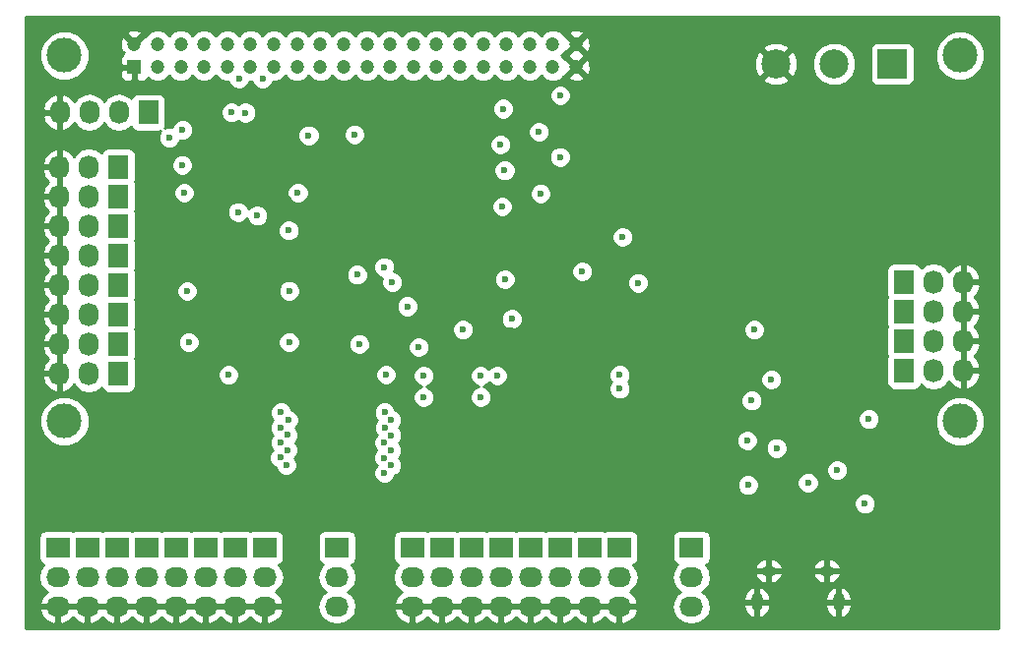
<source format=gbr>
G04 #@! TF.FileFunction,Copper,L2,Inr,Mixed*
%FSLAX46Y46*%
G04 Gerber Fmt 4.6, Leading zero omitted, Abs format (unit mm)*
G04 Created by KiCad (PCBNEW (2015-11-11 BZR 6310)-product) date Thu 17 Dec 2015 09:32:04 PM CST*
%MOMM*%
G01*
G04 APERTURE LIST*
%ADD10C,0.100000*%
%ADD11C,3.000000*%
%ADD12R,1.727200X2.032000*%
%ADD13O,1.727200X2.032000*%
%ADD14O,1.250000X0.950000*%
%ADD15O,1.000000X1.550000*%
%ADD16R,2.032000X1.727200*%
%ADD17O,2.032000X1.727200*%
%ADD18C,2.500000*%
%ADD19R,2.500000X2.500000*%
%ADD20R,1.200000X1.200000*%
%ADD21C,1.200000*%
%ADD22C,0.600000*%
%ADD23C,0.254000*%
G04 APERTURE END LIST*
D10*
D11*
X188100000Y-111500000D03*
X111100000Y-111500000D03*
X188100000Y-80000000D03*
X111100000Y-80000000D03*
D12*
X183300000Y-99520000D03*
D13*
X185840000Y-99520000D03*
X188380000Y-99520000D03*
D12*
X183300000Y-102060000D03*
D13*
X185840000Y-102060000D03*
X188380000Y-102060000D03*
D12*
X183300000Y-104600000D03*
D13*
X185840000Y-104600000D03*
X188380000Y-104600000D03*
D12*
X183300000Y-107140000D03*
D13*
X185840000Y-107140000D03*
X188380000Y-107140000D03*
D12*
X115736000Y-89614000D03*
D13*
X113196000Y-89614000D03*
X110656000Y-89614000D03*
D12*
X115736000Y-92154000D03*
D13*
X113196000Y-92154000D03*
X110656000Y-92154000D03*
D12*
X115736000Y-94694000D03*
D13*
X113196000Y-94694000D03*
X110656000Y-94694000D03*
D12*
X115736000Y-97234000D03*
D13*
X113196000Y-97234000D03*
X110656000Y-97234000D03*
D12*
X115736000Y-99774000D03*
D13*
X113196000Y-99774000D03*
X110656000Y-99774000D03*
D12*
X115736000Y-102314000D03*
D13*
X113196000Y-102314000D03*
X110656000Y-102314000D03*
D12*
X115736000Y-104854000D03*
D13*
X113196000Y-104854000D03*
X110656000Y-104854000D03*
D12*
X115736000Y-107394000D03*
D13*
X113196000Y-107394000D03*
X110656000Y-107394000D03*
D14*
X171655100Y-124373460D03*
X176655100Y-124373460D03*
D15*
X170655100Y-127073460D03*
X177655100Y-127073460D03*
D16*
X110529000Y-122380000D03*
D17*
X110529000Y-124920000D03*
X110529000Y-127460000D03*
D16*
X113069000Y-122380000D03*
D17*
X113069000Y-124920000D03*
X113069000Y-127460000D03*
D16*
X115609000Y-122380000D03*
D17*
X115609000Y-124920000D03*
X115609000Y-127460000D03*
D16*
X118149000Y-122380000D03*
D17*
X118149000Y-124920000D03*
X118149000Y-127460000D03*
D16*
X120689000Y-122380000D03*
D17*
X120689000Y-124920000D03*
X120689000Y-127460000D03*
D16*
X123229000Y-122380000D03*
D17*
X123229000Y-124920000D03*
X123229000Y-127460000D03*
D16*
X125769000Y-122380000D03*
D17*
X125769000Y-124920000D03*
X125769000Y-127460000D03*
D16*
X128309000Y-122380000D03*
D17*
X128309000Y-124920000D03*
X128309000Y-127460000D03*
D16*
X141009000Y-122380000D03*
D17*
X141009000Y-124920000D03*
X141009000Y-127460000D03*
D16*
X143549000Y-122380000D03*
D17*
X143549000Y-124920000D03*
X143549000Y-127460000D03*
D16*
X146089000Y-122380000D03*
D17*
X146089000Y-124920000D03*
X146089000Y-127460000D03*
D16*
X148629000Y-122380000D03*
D17*
X148629000Y-124920000D03*
X148629000Y-127460000D03*
D16*
X151169000Y-122380000D03*
D17*
X151169000Y-124920000D03*
X151169000Y-127460000D03*
D16*
X153709000Y-122380000D03*
D17*
X153709000Y-124920000D03*
X153709000Y-127460000D03*
D16*
X156249000Y-122380000D03*
D17*
X156249000Y-124920000D03*
X156249000Y-127460000D03*
D16*
X158789000Y-122380000D03*
D17*
X158789000Y-124920000D03*
X158789000Y-127460000D03*
D16*
X134532000Y-122380000D03*
D17*
X134532000Y-124920000D03*
X134532000Y-127460000D03*
D16*
X165012000Y-122380000D03*
D17*
X165012000Y-124920000D03*
X165012000Y-127460000D03*
D12*
X118310000Y-84890000D03*
D13*
X115770000Y-84890000D03*
X113230000Y-84890000D03*
X110690000Y-84890000D03*
D18*
X172284000Y-80724000D03*
D19*
X182284000Y-80724000D03*
D18*
X177284000Y-80724000D03*
D20*
X117100000Y-81000000D03*
D21*
X117100000Y-79000000D03*
X119100000Y-81000000D03*
X119100000Y-79000000D03*
X121100000Y-81000000D03*
X121100000Y-79000000D03*
X123100000Y-81000000D03*
X123100000Y-79000000D03*
X125100000Y-81000000D03*
X125100000Y-79000000D03*
X127100000Y-81000000D03*
X127100000Y-79000000D03*
X129100000Y-81000000D03*
X129100000Y-79000000D03*
X131100000Y-81000000D03*
X131100000Y-79000000D03*
X133100000Y-81000000D03*
X133100000Y-79000000D03*
X135100000Y-81000000D03*
X135100000Y-79000000D03*
X137100000Y-81000000D03*
X137100000Y-79000000D03*
X139100000Y-81000000D03*
X139100000Y-79000000D03*
X141100000Y-81000000D03*
X141100000Y-79000000D03*
X143100000Y-81000000D03*
X143100000Y-79000000D03*
X145100000Y-81000000D03*
X145100000Y-79000000D03*
X147100000Y-81000000D03*
X147100000Y-79000000D03*
X149100000Y-81000000D03*
X149100000Y-79000000D03*
X151100000Y-81000000D03*
X151100000Y-79000000D03*
X153100000Y-81000000D03*
X153100000Y-79000000D03*
X155100000Y-81000000D03*
X155100000Y-79000000D03*
D22*
X131170000Y-91810000D03*
X141560000Y-105110000D03*
X127680000Y-93780000D03*
X132100000Y-86870000D03*
X136050000Y-86800000D03*
X148740000Y-93000000D03*
X140580000Y-101600000D03*
X148590000Y-87660000D03*
X130410000Y-104690000D03*
X130420000Y-100270000D03*
X152050000Y-91890000D03*
X160430000Y-99570000D03*
X148950000Y-89890000D03*
X151890000Y-86580000D03*
X148300000Y-107560000D03*
X138630000Y-110740000D03*
X148820000Y-84580000D03*
X130280000Y-116380000D03*
X129750000Y-109440000D03*
X138640000Y-109440000D03*
X147730000Y-105780000D03*
X130360000Y-92450000D03*
X126110000Y-104680000D03*
X167290000Y-102630000D03*
X149540000Y-103640000D03*
X159070000Y-97330000D03*
X180760000Y-95910000D03*
X177730000Y-104950000D03*
X177720000Y-103960000D03*
X164250000Y-100360000D03*
X145340000Y-101610000D03*
X143530000Y-100120000D03*
X137390000Y-100570000D03*
X134270000Y-107490000D03*
X182180000Y-117400000D03*
X182200000Y-115720000D03*
X165260000Y-114440000D03*
X171510000Y-119410000D03*
X176140000Y-119410000D03*
X159090000Y-93950000D03*
X171110000Y-100100000D03*
X176570000Y-93930000D03*
X171120000Y-87750000D03*
X155850000Y-85830000D03*
X163500000Y-81000000D03*
X177570000Y-114450000D03*
X169870000Y-115080000D03*
X175450000Y-122960000D03*
X130350000Y-107490000D03*
X129750000Y-108140000D03*
X130350000Y-108790000D03*
X125970000Y-91810000D03*
X126080000Y-100270000D03*
X121660000Y-95070000D03*
X121260000Y-86390000D03*
X159090000Y-95630000D03*
X172330000Y-113810000D03*
X153740000Y-83440000D03*
X153720000Y-88740000D03*
X125470000Y-84900000D03*
X125210000Y-107500000D03*
X126030000Y-93490000D03*
X180270000Y-111310000D03*
X170420000Y-103610000D03*
X149570000Y-102690000D03*
X146890000Y-109410000D03*
X146890000Y-107570000D03*
X138740000Y-107490000D03*
X121640000Y-100280000D03*
X141990000Y-107560000D03*
X141980000Y-109420000D03*
X129720000Y-110740000D03*
X130330000Y-111390000D03*
X121780000Y-104690000D03*
X121390000Y-91810000D03*
X120110000Y-87090000D03*
X121220000Y-89430000D03*
X130380000Y-95070000D03*
X129660000Y-112040000D03*
X130280000Y-112680000D03*
X129670000Y-113340000D03*
X130270000Y-113990000D03*
X129650000Y-114630000D03*
X130170000Y-115280000D03*
X138620000Y-115950000D03*
X139200000Y-115290000D03*
X138610000Y-114640000D03*
X139210000Y-113990000D03*
X138610000Y-113340000D03*
X139190000Y-112690000D03*
X138640000Y-112040000D03*
X139210000Y-111390000D03*
X171880000Y-107900000D03*
X158850000Y-107520000D03*
X158850000Y-108690000D03*
X155620000Y-98590000D03*
X175030000Y-116790000D03*
X145370000Y-103600000D03*
X136450000Y-104840000D03*
X148970000Y-99260000D03*
X138600000Y-98220000D03*
X126110000Y-81970000D03*
X136260000Y-98880000D03*
X128140000Y-81960000D03*
X139290000Y-99530000D03*
X179930000Y-118590000D03*
X169810000Y-113160000D03*
X177540000Y-115710000D03*
X170190000Y-109710000D03*
X126660000Y-84920000D03*
X169870000Y-116980000D03*
D23*
G36*
X191414492Y-129315000D02*
X107785000Y-129315000D01*
X107785000Y-127819026D01*
X108921642Y-127819026D01*
X108924291Y-127834791D01*
X109178268Y-128362036D01*
X109614680Y-128751954D01*
X110167087Y-128945184D01*
X110402000Y-128800924D01*
X110402000Y-127587000D01*
X110656000Y-127587000D01*
X110656000Y-128800924D01*
X110890913Y-128945184D01*
X111443320Y-128751954D01*
X111799000Y-128434167D01*
X112154680Y-128751954D01*
X112707087Y-128945184D01*
X112942000Y-128800924D01*
X112942000Y-127587000D01*
X113196000Y-127587000D01*
X113196000Y-128800924D01*
X113430913Y-128945184D01*
X113983320Y-128751954D01*
X114339000Y-128434167D01*
X114694680Y-128751954D01*
X115247087Y-128945184D01*
X115482000Y-128800924D01*
X115482000Y-127587000D01*
X115736000Y-127587000D01*
X115736000Y-128800924D01*
X115970913Y-128945184D01*
X116523320Y-128751954D01*
X116879000Y-128434167D01*
X117234680Y-128751954D01*
X117787087Y-128945184D01*
X118022000Y-128800924D01*
X118022000Y-127587000D01*
X118276000Y-127587000D01*
X118276000Y-128800924D01*
X118510913Y-128945184D01*
X119063320Y-128751954D01*
X119419000Y-128434167D01*
X119774680Y-128751954D01*
X120327087Y-128945184D01*
X120562000Y-128800924D01*
X120562000Y-127587000D01*
X120816000Y-127587000D01*
X120816000Y-128800924D01*
X121050913Y-128945184D01*
X121603320Y-128751954D01*
X121959000Y-128434167D01*
X122314680Y-128751954D01*
X122867087Y-128945184D01*
X123102000Y-128800924D01*
X123102000Y-127587000D01*
X123356000Y-127587000D01*
X123356000Y-128800924D01*
X123590913Y-128945184D01*
X124143320Y-128751954D01*
X124499000Y-128434167D01*
X124854680Y-128751954D01*
X125407087Y-128945184D01*
X125642000Y-128800924D01*
X125642000Y-127587000D01*
X125896000Y-127587000D01*
X125896000Y-128800924D01*
X126130913Y-128945184D01*
X126683320Y-128751954D01*
X127039000Y-128434167D01*
X127394680Y-128751954D01*
X127947087Y-128945184D01*
X128182000Y-128800924D01*
X128182000Y-127587000D01*
X128436000Y-127587000D01*
X128436000Y-128800924D01*
X128670913Y-128945184D01*
X129223320Y-128751954D01*
X129659732Y-128362036D01*
X129913709Y-127834791D01*
X129916358Y-127819026D01*
X129795217Y-127587000D01*
X128436000Y-127587000D01*
X128182000Y-127587000D01*
X125896000Y-127587000D01*
X125642000Y-127587000D01*
X123356000Y-127587000D01*
X123102000Y-127587000D01*
X120816000Y-127587000D01*
X120562000Y-127587000D01*
X118276000Y-127587000D01*
X118022000Y-127587000D01*
X115736000Y-127587000D01*
X115482000Y-127587000D01*
X113196000Y-127587000D01*
X112942000Y-127587000D01*
X110656000Y-127587000D01*
X110402000Y-127587000D01*
X109042783Y-127587000D01*
X108921642Y-127819026D01*
X107785000Y-127819026D01*
X107785000Y-124920000D01*
X108845655Y-124920000D01*
X108959729Y-125493489D01*
X109284585Y-125979670D01*
X109594069Y-126186461D01*
X109178268Y-126557964D01*
X108924291Y-127085209D01*
X108921642Y-127100974D01*
X109042783Y-127333000D01*
X110402000Y-127333000D01*
X110402000Y-127313000D01*
X110656000Y-127313000D01*
X110656000Y-127333000D01*
X112942000Y-127333000D01*
X112942000Y-127313000D01*
X113196000Y-127313000D01*
X113196000Y-127333000D01*
X115482000Y-127333000D01*
X115482000Y-127313000D01*
X115736000Y-127313000D01*
X115736000Y-127333000D01*
X118022000Y-127333000D01*
X118022000Y-127313000D01*
X118276000Y-127313000D01*
X118276000Y-127333000D01*
X120562000Y-127333000D01*
X120562000Y-127313000D01*
X120816000Y-127313000D01*
X120816000Y-127333000D01*
X123102000Y-127333000D01*
X123102000Y-127313000D01*
X123356000Y-127313000D01*
X123356000Y-127333000D01*
X125642000Y-127333000D01*
X125642000Y-127313000D01*
X125896000Y-127313000D01*
X125896000Y-127333000D01*
X128182000Y-127333000D01*
X128182000Y-127313000D01*
X128436000Y-127313000D01*
X128436000Y-127333000D01*
X129795217Y-127333000D01*
X129916358Y-127100974D01*
X129913709Y-127085209D01*
X129659732Y-126557964D01*
X129243931Y-126186461D01*
X129553415Y-125979670D01*
X129878271Y-125493489D01*
X129992345Y-124920000D01*
X132848655Y-124920000D01*
X132962729Y-125493489D01*
X133287585Y-125979670D01*
X133602366Y-126190000D01*
X133287585Y-126400330D01*
X132962729Y-126886511D01*
X132848655Y-127460000D01*
X132962729Y-128033489D01*
X133287585Y-128519670D01*
X133773766Y-128844526D01*
X134347255Y-128958600D01*
X134716745Y-128958600D01*
X135290234Y-128844526D01*
X135776415Y-128519670D01*
X136101271Y-128033489D01*
X136143930Y-127819026D01*
X139401642Y-127819026D01*
X139404291Y-127834791D01*
X139658268Y-128362036D01*
X140094680Y-128751954D01*
X140647087Y-128945184D01*
X140882000Y-128800924D01*
X140882000Y-127587000D01*
X141136000Y-127587000D01*
X141136000Y-128800924D01*
X141370913Y-128945184D01*
X141923320Y-128751954D01*
X142279000Y-128434167D01*
X142634680Y-128751954D01*
X143187087Y-128945184D01*
X143422000Y-128800924D01*
X143422000Y-127587000D01*
X143676000Y-127587000D01*
X143676000Y-128800924D01*
X143910913Y-128945184D01*
X144463320Y-128751954D01*
X144819000Y-128434167D01*
X145174680Y-128751954D01*
X145727087Y-128945184D01*
X145962000Y-128800924D01*
X145962000Y-127587000D01*
X146216000Y-127587000D01*
X146216000Y-128800924D01*
X146450913Y-128945184D01*
X147003320Y-128751954D01*
X147359000Y-128434167D01*
X147714680Y-128751954D01*
X148267087Y-128945184D01*
X148502000Y-128800924D01*
X148502000Y-127587000D01*
X148756000Y-127587000D01*
X148756000Y-128800924D01*
X148990913Y-128945184D01*
X149543320Y-128751954D01*
X149899000Y-128434167D01*
X150254680Y-128751954D01*
X150807087Y-128945184D01*
X151042000Y-128800924D01*
X151042000Y-127587000D01*
X151296000Y-127587000D01*
X151296000Y-128800924D01*
X151530913Y-128945184D01*
X152083320Y-128751954D01*
X152439000Y-128434167D01*
X152794680Y-128751954D01*
X153347087Y-128945184D01*
X153582000Y-128800924D01*
X153582000Y-127587000D01*
X153836000Y-127587000D01*
X153836000Y-128800924D01*
X154070913Y-128945184D01*
X154623320Y-128751954D01*
X154979000Y-128434167D01*
X155334680Y-128751954D01*
X155887087Y-128945184D01*
X156122000Y-128800924D01*
X156122000Y-127587000D01*
X156376000Y-127587000D01*
X156376000Y-128800924D01*
X156610913Y-128945184D01*
X157163320Y-128751954D01*
X157519000Y-128434167D01*
X157874680Y-128751954D01*
X158427087Y-128945184D01*
X158662000Y-128800924D01*
X158662000Y-127587000D01*
X158916000Y-127587000D01*
X158916000Y-128800924D01*
X159150913Y-128945184D01*
X159703320Y-128751954D01*
X160139732Y-128362036D01*
X160393709Y-127834791D01*
X160396358Y-127819026D01*
X160275217Y-127587000D01*
X158916000Y-127587000D01*
X158662000Y-127587000D01*
X156376000Y-127587000D01*
X156122000Y-127587000D01*
X153836000Y-127587000D01*
X153582000Y-127587000D01*
X151296000Y-127587000D01*
X151042000Y-127587000D01*
X148756000Y-127587000D01*
X148502000Y-127587000D01*
X146216000Y-127587000D01*
X145962000Y-127587000D01*
X143676000Y-127587000D01*
X143422000Y-127587000D01*
X141136000Y-127587000D01*
X140882000Y-127587000D01*
X139522783Y-127587000D01*
X139401642Y-127819026D01*
X136143930Y-127819026D01*
X136215345Y-127460000D01*
X136101271Y-126886511D01*
X135776415Y-126400330D01*
X135461634Y-126190000D01*
X135776415Y-125979670D01*
X136101271Y-125493489D01*
X136215345Y-124920000D01*
X139325655Y-124920000D01*
X139439729Y-125493489D01*
X139764585Y-125979670D01*
X140074069Y-126186461D01*
X139658268Y-126557964D01*
X139404291Y-127085209D01*
X139401642Y-127100974D01*
X139522783Y-127333000D01*
X140882000Y-127333000D01*
X140882000Y-127313000D01*
X141136000Y-127313000D01*
X141136000Y-127333000D01*
X143422000Y-127333000D01*
X143422000Y-127313000D01*
X143676000Y-127313000D01*
X143676000Y-127333000D01*
X145962000Y-127333000D01*
X145962000Y-127313000D01*
X146216000Y-127313000D01*
X146216000Y-127333000D01*
X148502000Y-127333000D01*
X148502000Y-127313000D01*
X148756000Y-127313000D01*
X148756000Y-127333000D01*
X151042000Y-127333000D01*
X151042000Y-127313000D01*
X151296000Y-127313000D01*
X151296000Y-127333000D01*
X153582000Y-127333000D01*
X153582000Y-127313000D01*
X153836000Y-127313000D01*
X153836000Y-127333000D01*
X156122000Y-127333000D01*
X156122000Y-127313000D01*
X156376000Y-127313000D01*
X156376000Y-127333000D01*
X158662000Y-127333000D01*
X158662000Y-127313000D01*
X158916000Y-127313000D01*
X158916000Y-127333000D01*
X160275217Y-127333000D01*
X160396358Y-127100974D01*
X160393709Y-127085209D01*
X160139732Y-126557964D01*
X159723931Y-126186461D01*
X160033415Y-125979670D01*
X160358271Y-125493489D01*
X160472345Y-124920000D01*
X163328655Y-124920000D01*
X163442729Y-125493489D01*
X163767585Y-125979670D01*
X164082366Y-126190000D01*
X163767585Y-126400330D01*
X163442729Y-126886511D01*
X163328655Y-127460000D01*
X163442729Y-128033489D01*
X163767585Y-128519670D01*
X164253766Y-128844526D01*
X164827255Y-128958600D01*
X165196745Y-128958600D01*
X165770234Y-128844526D01*
X166256415Y-128519670D01*
X166581271Y-128033489D01*
X166695345Y-127460000D01*
X166643720Y-127200460D01*
X169520100Y-127200460D01*
X169520100Y-127475460D01*
X169655098Y-127900138D01*
X169942337Y-128240828D01*
X170353226Y-128442579D01*
X170528100Y-128316414D01*
X170528100Y-127200460D01*
X170782100Y-127200460D01*
X170782100Y-128316414D01*
X170956974Y-128442579D01*
X171367863Y-128240828D01*
X171655102Y-127900138D01*
X171790100Y-127475460D01*
X171790100Y-127200460D01*
X176520100Y-127200460D01*
X176520100Y-127475460D01*
X176655098Y-127900138D01*
X176942337Y-128240828D01*
X177353226Y-128442579D01*
X177528100Y-128316414D01*
X177528100Y-127200460D01*
X177782100Y-127200460D01*
X177782100Y-128316414D01*
X177956974Y-128442579D01*
X178367863Y-128240828D01*
X178655102Y-127900138D01*
X178790100Y-127475460D01*
X178790100Y-127200460D01*
X177782100Y-127200460D01*
X177528100Y-127200460D01*
X176520100Y-127200460D01*
X171790100Y-127200460D01*
X170782100Y-127200460D01*
X170528100Y-127200460D01*
X169520100Y-127200460D01*
X166643720Y-127200460D01*
X166581271Y-126886511D01*
X166437579Y-126671460D01*
X169520100Y-126671460D01*
X169520100Y-126946460D01*
X170528100Y-126946460D01*
X170528100Y-125830506D01*
X170782100Y-125830506D01*
X170782100Y-126946460D01*
X171790100Y-126946460D01*
X171790100Y-126671460D01*
X176520100Y-126671460D01*
X176520100Y-126946460D01*
X177528100Y-126946460D01*
X177528100Y-125830506D01*
X177782100Y-125830506D01*
X177782100Y-126946460D01*
X178790100Y-126946460D01*
X178790100Y-126671460D01*
X178655102Y-126246782D01*
X178367863Y-125906092D01*
X177956974Y-125704341D01*
X177782100Y-125830506D01*
X177528100Y-125830506D01*
X177353226Y-125704341D01*
X176942337Y-125906092D01*
X176655098Y-126246782D01*
X176520100Y-126671460D01*
X171790100Y-126671460D01*
X171655102Y-126246782D01*
X171367863Y-125906092D01*
X170956974Y-125704341D01*
X170782100Y-125830506D01*
X170528100Y-125830506D01*
X170353226Y-125704341D01*
X169942337Y-125906092D01*
X169655098Y-126246782D01*
X169520100Y-126671460D01*
X166437579Y-126671460D01*
X166256415Y-126400330D01*
X165941634Y-126190000D01*
X166256415Y-125979670D01*
X166581271Y-125493489D01*
X166695345Y-124920000D01*
X166645896Y-124671398D01*
X170435832Y-124671398D01*
X170619548Y-125045281D01*
X170944051Y-125333028D01*
X171353969Y-125474689D01*
X171528100Y-125326023D01*
X171528100Y-124500460D01*
X171782100Y-124500460D01*
X171782100Y-125326023D01*
X171956231Y-125474689D01*
X172366149Y-125333028D01*
X172690652Y-125045281D01*
X172874368Y-124671398D01*
X175435832Y-124671398D01*
X175619548Y-125045281D01*
X175944051Y-125333028D01*
X176353969Y-125474689D01*
X176528100Y-125326023D01*
X176528100Y-124500460D01*
X176782100Y-124500460D01*
X176782100Y-125326023D01*
X176956231Y-125474689D01*
X177366149Y-125333028D01*
X177690652Y-125045281D01*
X177874368Y-124671398D01*
X177747834Y-124500460D01*
X176782100Y-124500460D01*
X176528100Y-124500460D01*
X175562366Y-124500460D01*
X175435832Y-124671398D01*
X172874368Y-124671398D01*
X172747834Y-124500460D01*
X171782100Y-124500460D01*
X171528100Y-124500460D01*
X170562366Y-124500460D01*
X170435832Y-124671398D01*
X166645896Y-124671398D01*
X166581271Y-124346511D01*
X166400202Y-124075522D01*
X170435832Y-124075522D01*
X170562366Y-124246460D01*
X171528100Y-124246460D01*
X171528100Y-123420897D01*
X171782100Y-123420897D01*
X171782100Y-124246460D01*
X172747834Y-124246460D01*
X172874368Y-124075522D01*
X175435832Y-124075522D01*
X175562366Y-124246460D01*
X176528100Y-124246460D01*
X176528100Y-123420897D01*
X176782100Y-123420897D01*
X176782100Y-124246460D01*
X177747834Y-124246460D01*
X177874368Y-124075522D01*
X177690652Y-123701639D01*
X177366149Y-123413892D01*
X176956231Y-123272231D01*
X176782100Y-123420897D01*
X176528100Y-123420897D01*
X176353969Y-123272231D01*
X175944051Y-123413892D01*
X175619548Y-123701639D01*
X175435832Y-124075522D01*
X172874368Y-124075522D01*
X172690652Y-123701639D01*
X172366149Y-123413892D01*
X171956231Y-123272231D01*
X171782100Y-123420897D01*
X171528100Y-123420897D01*
X171353969Y-123272231D01*
X170944051Y-123413892D01*
X170619548Y-123701639D01*
X170435832Y-124075522D01*
X166400202Y-124075522D01*
X166256415Y-123860330D01*
X166242087Y-123850757D01*
X166263317Y-123846762D01*
X166479441Y-123707690D01*
X166624431Y-123495490D01*
X166675440Y-123243600D01*
X166675440Y-121516400D01*
X166631162Y-121281083D01*
X166492090Y-121064959D01*
X166279890Y-120919969D01*
X166028000Y-120868960D01*
X163996000Y-120868960D01*
X163760683Y-120913238D01*
X163544559Y-121052310D01*
X163399569Y-121264510D01*
X163348560Y-121516400D01*
X163348560Y-123243600D01*
X163392838Y-123478917D01*
X163531910Y-123695041D01*
X163744110Y-123840031D01*
X163785439Y-123848400D01*
X163767585Y-123860330D01*
X163442729Y-124346511D01*
X163328655Y-124920000D01*
X160472345Y-124920000D01*
X160358271Y-124346511D01*
X160033415Y-123860330D01*
X160019087Y-123850757D01*
X160040317Y-123846762D01*
X160256441Y-123707690D01*
X160401431Y-123495490D01*
X160452440Y-123243600D01*
X160452440Y-121516400D01*
X160408162Y-121281083D01*
X160269090Y-121064959D01*
X160056890Y-120919969D01*
X159805000Y-120868960D01*
X157773000Y-120868960D01*
X157537683Y-120913238D01*
X157521901Y-120923393D01*
X157516890Y-120919969D01*
X157265000Y-120868960D01*
X155233000Y-120868960D01*
X154997683Y-120913238D01*
X154981901Y-120923393D01*
X154976890Y-120919969D01*
X154725000Y-120868960D01*
X152693000Y-120868960D01*
X152457683Y-120913238D01*
X152441901Y-120923393D01*
X152436890Y-120919969D01*
X152185000Y-120868960D01*
X150153000Y-120868960D01*
X149917683Y-120913238D01*
X149901901Y-120923393D01*
X149896890Y-120919969D01*
X149645000Y-120868960D01*
X147613000Y-120868960D01*
X147377683Y-120913238D01*
X147361901Y-120923393D01*
X147356890Y-120919969D01*
X147105000Y-120868960D01*
X145073000Y-120868960D01*
X144837683Y-120913238D01*
X144821901Y-120923393D01*
X144816890Y-120919969D01*
X144565000Y-120868960D01*
X142533000Y-120868960D01*
X142297683Y-120913238D01*
X142281901Y-120923393D01*
X142276890Y-120919969D01*
X142025000Y-120868960D01*
X139993000Y-120868960D01*
X139757683Y-120913238D01*
X139541559Y-121052310D01*
X139396569Y-121264510D01*
X139345560Y-121516400D01*
X139345560Y-123243600D01*
X139389838Y-123478917D01*
X139528910Y-123695041D01*
X139741110Y-123840031D01*
X139782439Y-123848400D01*
X139764585Y-123860330D01*
X139439729Y-124346511D01*
X139325655Y-124920000D01*
X136215345Y-124920000D01*
X136101271Y-124346511D01*
X135776415Y-123860330D01*
X135762087Y-123850757D01*
X135783317Y-123846762D01*
X135999441Y-123707690D01*
X136144431Y-123495490D01*
X136195440Y-123243600D01*
X136195440Y-121516400D01*
X136151162Y-121281083D01*
X136012090Y-121064959D01*
X135799890Y-120919969D01*
X135548000Y-120868960D01*
X133516000Y-120868960D01*
X133280683Y-120913238D01*
X133064559Y-121052310D01*
X132919569Y-121264510D01*
X132868560Y-121516400D01*
X132868560Y-123243600D01*
X132912838Y-123478917D01*
X133051910Y-123695041D01*
X133264110Y-123840031D01*
X133305439Y-123848400D01*
X133287585Y-123860330D01*
X132962729Y-124346511D01*
X132848655Y-124920000D01*
X129992345Y-124920000D01*
X129878271Y-124346511D01*
X129553415Y-123860330D01*
X129539087Y-123850757D01*
X129560317Y-123846762D01*
X129776441Y-123707690D01*
X129921431Y-123495490D01*
X129972440Y-123243600D01*
X129972440Y-121516400D01*
X129928162Y-121281083D01*
X129789090Y-121064959D01*
X129576890Y-120919969D01*
X129325000Y-120868960D01*
X127293000Y-120868960D01*
X127057683Y-120913238D01*
X127041901Y-120923393D01*
X127036890Y-120919969D01*
X126785000Y-120868960D01*
X124753000Y-120868960D01*
X124517683Y-120913238D01*
X124501901Y-120923393D01*
X124496890Y-120919969D01*
X124245000Y-120868960D01*
X122213000Y-120868960D01*
X121977683Y-120913238D01*
X121961901Y-120923393D01*
X121956890Y-120919969D01*
X121705000Y-120868960D01*
X119673000Y-120868960D01*
X119437683Y-120913238D01*
X119421901Y-120923393D01*
X119416890Y-120919969D01*
X119165000Y-120868960D01*
X117133000Y-120868960D01*
X116897683Y-120913238D01*
X116881901Y-120923393D01*
X116876890Y-120919969D01*
X116625000Y-120868960D01*
X114593000Y-120868960D01*
X114357683Y-120913238D01*
X114341901Y-120923393D01*
X114336890Y-120919969D01*
X114085000Y-120868960D01*
X112053000Y-120868960D01*
X111817683Y-120913238D01*
X111801901Y-120923393D01*
X111796890Y-120919969D01*
X111545000Y-120868960D01*
X109513000Y-120868960D01*
X109277683Y-120913238D01*
X109061559Y-121052310D01*
X108916569Y-121264510D01*
X108865560Y-121516400D01*
X108865560Y-123243600D01*
X108909838Y-123478917D01*
X109048910Y-123695041D01*
X109261110Y-123840031D01*
X109302439Y-123848400D01*
X109284585Y-123860330D01*
X108959729Y-124346511D01*
X108845655Y-124920000D01*
X107785000Y-124920000D01*
X107785000Y-118775167D01*
X178994838Y-118775167D01*
X179136883Y-119118943D01*
X179399673Y-119382192D01*
X179743201Y-119524838D01*
X180115167Y-119525162D01*
X180458943Y-119383117D01*
X180722192Y-119120327D01*
X180864838Y-118776799D01*
X180865162Y-118404833D01*
X180723117Y-118061057D01*
X180460327Y-117797808D01*
X180116799Y-117655162D01*
X179744833Y-117654838D01*
X179401057Y-117796883D01*
X179137808Y-118059673D01*
X178995162Y-118403201D01*
X178994838Y-118775167D01*
X107785000Y-118775167D01*
X107785000Y-117165167D01*
X168934838Y-117165167D01*
X169076883Y-117508943D01*
X169339673Y-117772192D01*
X169683201Y-117914838D01*
X170055167Y-117915162D01*
X170398943Y-117773117D01*
X170662192Y-117510327D01*
X170804838Y-117166799D01*
X170805004Y-116975167D01*
X174094838Y-116975167D01*
X174236883Y-117318943D01*
X174499673Y-117582192D01*
X174843201Y-117724838D01*
X175215167Y-117725162D01*
X175558943Y-117583117D01*
X175822192Y-117320327D01*
X175964838Y-116976799D01*
X175965162Y-116604833D01*
X175823117Y-116261057D01*
X175560327Y-115997808D01*
X175313142Y-115895167D01*
X176604838Y-115895167D01*
X176746883Y-116238943D01*
X177009673Y-116502192D01*
X177353201Y-116644838D01*
X177725167Y-116645162D01*
X178068943Y-116503117D01*
X178332192Y-116240327D01*
X178474838Y-115896799D01*
X178475162Y-115524833D01*
X178333117Y-115181057D01*
X178070327Y-114917808D01*
X177726799Y-114775162D01*
X177354833Y-114774838D01*
X177011057Y-114916883D01*
X176747808Y-115179673D01*
X176605162Y-115523201D01*
X176604838Y-115895167D01*
X175313142Y-115895167D01*
X175216799Y-115855162D01*
X174844833Y-115854838D01*
X174501057Y-115996883D01*
X174237808Y-116259673D01*
X174095162Y-116603201D01*
X174094838Y-116975167D01*
X170805004Y-116975167D01*
X170805162Y-116794833D01*
X170663117Y-116451057D01*
X170400327Y-116187808D01*
X170056799Y-116045162D01*
X169684833Y-116044838D01*
X169341057Y-116186883D01*
X169077808Y-116449673D01*
X168935162Y-116793201D01*
X168934838Y-117165167D01*
X107785000Y-117165167D01*
X107785000Y-114815167D01*
X128714838Y-114815167D01*
X128856883Y-115158943D01*
X129119673Y-115422192D01*
X129237255Y-115471017D01*
X129376883Y-115808943D01*
X129639673Y-116072192D01*
X129983201Y-116214838D01*
X130355167Y-116215162D01*
X130698943Y-116073117D01*
X130962192Y-115810327D01*
X131104838Y-115466799D01*
X131105162Y-115094833D01*
X130963117Y-114751057D01*
X130897203Y-114685028D01*
X131062192Y-114520327D01*
X131204838Y-114176799D01*
X131205162Y-113804833D01*
X131089607Y-113525167D01*
X137674838Y-113525167D01*
X137816883Y-113868943D01*
X137937710Y-113989981D01*
X137817808Y-114109673D01*
X137675162Y-114453201D01*
X137674838Y-114825167D01*
X137816883Y-115168943D01*
X137947701Y-115299989D01*
X137827808Y-115419673D01*
X137685162Y-115763201D01*
X137684838Y-116135167D01*
X137826883Y-116478943D01*
X138089673Y-116742192D01*
X138433201Y-116884838D01*
X138805167Y-116885162D01*
X139148943Y-116743117D01*
X139412192Y-116480327D01*
X139545687Y-116158837D01*
X139728943Y-116083117D01*
X139992192Y-115820327D01*
X140134838Y-115476799D01*
X140135162Y-115104833D01*
X139993117Y-114761057D01*
X139877282Y-114645019D01*
X140002192Y-114520327D01*
X140144838Y-114176799D01*
X140145162Y-113804833D01*
X140003117Y-113461057D01*
X139887430Y-113345167D01*
X168874838Y-113345167D01*
X169016883Y-113688943D01*
X169279673Y-113952192D01*
X169623201Y-114094838D01*
X169995167Y-114095162D01*
X170237173Y-113995167D01*
X171394838Y-113995167D01*
X171536883Y-114338943D01*
X171799673Y-114602192D01*
X172143201Y-114744838D01*
X172515167Y-114745162D01*
X172858943Y-114603117D01*
X173122192Y-114340327D01*
X173264838Y-113996799D01*
X173265162Y-113624833D01*
X173123117Y-113281057D01*
X172860327Y-113017808D01*
X172516799Y-112875162D01*
X172144833Y-112874838D01*
X171801057Y-113016883D01*
X171537808Y-113279673D01*
X171395162Y-113623201D01*
X171394838Y-113995167D01*
X170237173Y-113995167D01*
X170338943Y-113953117D01*
X170602192Y-113690327D01*
X170744838Y-113346799D01*
X170745162Y-112974833D01*
X170603117Y-112631057D01*
X170340327Y-112367808D01*
X169996799Y-112225162D01*
X169624833Y-112224838D01*
X169281057Y-112366883D01*
X169017808Y-112629673D01*
X168875162Y-112973201D01*
X168874838Y-113345167D01*
X139887430Y-113345167D01*
X139872308Y-113330019D01*
X139982192Y-113220327D01*
X140124838Y-112876799D01*
X140125162Y-112504833D01*
X139983117Y-112161057D01*
X139872273Y-112050019D01*
X140002192Y-111920327D01*
X140144838Y-111576799D01*
X140144909Y-111495167D01*
X179334838Y-111495167D01*
X179476883Y-111838943D01*
X179739673Y-112102192D01*
X180083201Y-112244838D01*
X180455167Y-112245162D01*
X180798943Y-112103117D01*
X180979559Y-111922815D01*
X185964630Y-111922815D01*
X186288980Y-112707800D01*
X186889041Y-113308909D01*
X187673459Y-113634628D01*
X188522815Y-113635370D01*
X189307800Y-113311020D01*
X189908909Y-112710959D01*
X190234628Y-111926541D01*
X190235370Y-111077185D01*
X189911020Y-110292200D01*
X189310959Y-109691091D01*
X188526541Y-109365372D01*
X187677185Y-109364630D01*
X186892200Y-109688980D01*
X186291091Y-110289041D01*
X185965372Y-111073459D01*
X185964630Y-111922815D01*
X180979559Y-111922815D01*
X181062192Y-111840327D01*
X181204838Y-111496799D01*
X181205162Y-111124833D01*
X181063117Y-110781057D01*
X180800327Y-110517808D01*
X180456799Y-110375162D01*
X180084833Y-110374838D01*
X179741057Y-110516883D01*
X179477808Y-110779673D01*
X179335162Y-111123201D01*
X179334838Y-111495167D01*
X140144909Y-111495167D01*
X140145162Y-111204833D01*
X140003117Y-110861057D01*
X139740327Y-110597808D01*
X139550319Y-110518909D01*
X139423117Y-110211057D01*
X139160327Y-109947808D01*
X138816799Y-109805162D01*
X138444833Y-109804838D01*
X138101057Y-109946883D01*
X137837808Y-110209673D01*
X137695162Y-110553201D01*
X137694838Y-110925167D01*
X137836883Y-111268943D01*
X137962701Y-111394981D01*
X137847808Y-111509673D01*
X137705162Y-111853201D01*
X137704838Y-112225167D01*
X137846883Y-112568943D01*
X137952736Y-112674981D01*
X137817808Y-112809673D01*
X137675162Y-113153201D01*
X137674838Y-113525167D01*
X131089607Y-113525167D01*
X131063117Y-113461057D01*
X130942282Y-113340011D01*
X131072192Y-113210327D01*
X131214838Y-112866799D01*
X131215162Y-112494833D01*
X131073117Y-112151057D01*
X130982247Y-112060028D01*
X131122192Y-111920327D01*
X131264838Y-111576799D01*
X131265162Y-111204833D01*
X131123117Y-110861057D01*
X130860327Y-110597808D01*
X130634105Y-110503872D01*
X130513117Y-110211057D01*
X130250327Y-109947808D01*
X129906799Y-109805162D01*
X129534833Y-109804838D01*
X129191057Y-109946883D01*
X128927808Y-110209673D01*
X128785162Y-110553201D01*
X128784838Y-110925167D01*
X128926883Y-111268943D01*
X129017762Y-111359981D01*
X128867808Y-111509673D01*
X128725162Y-111853201D01*
X128724838Y-112225167D01*
X128866883Y-112568943D01*
X128992701Y-112694981D01*
X128877808Y-112809673D01*
X128735162Y-113153201D01*
X128734838Y-113525167D01*
X128876883Y-113868943D01*
X128982727Y-113974972D01*
X128857808Y-114099673D01*
X128715162Y-114443201D01*
X128714838Y-114815167D01*
X107785000Y-114815167D01*
X107785000Y-111922815D01*
X108964630Y-111922815D01*
X109288980Y-112707800D01*
X109889041Y-113308909D01*
X110673459Y-113634628D01*
X111522815Y-113635370D01*
X112307800Y-113311020D01*
X112908909Y-112710959D01*
X113234628Y-111926541D01*
X113235370Y-111077185D01*
X112911020Y-110292200D01*
X112310959Y-109691091D01*
X112104032Y-109605167D01*
X141044838Y-109605167D01*
X141186883Y-109948943D01*
X141449673Y-110212192D01*
X141793201Y-110354838D01*
X142165167Y-110355162D01*
X142508943Y-110213117D01*
X142772192Y-109950327D01*
X142914838Y-109606799D01*
X142915162Y-109234833D01*
X142773117Y-108891057D01*
X142510327Y-108627808D01*
X142183044Y-108491907D01*
X142518943Y-108353117D01*
X142782192Y-108090327D01*
X142921363Y-107755167D01*
X145954838Y-107755167D01*
X146096883Y-108098943D01*
X146359673Y-108362192D01*
X146667802Y-108490139D01*
X146361057Y-108616883D01*
X146097808Y-108879673D01*
X145955162Y-109223201D01*
X145954838Y-109595167D01*
X146096883Y-109938943D01*
X146359673Y-110202192D01*
X146703201Y-110344838D01*
X147075167Y-110345162D01*
X147418943Y-110203117D01*
X147682192Y-109940327D01*
X147700944Y-109895167D01*
X169254838Y-109895167D01*
X169396883Y-110238943D01*
X169659673Y-110502192D01*
X170003201Y-110644838D01*
X170375167Y-110645162D01*
X170718943Y-110503117D01*
X170982192Y-110240327D01*
X171124838Y-109896799D01*
X171125162Y-109524833D01*
X170983117Y-109181057D01*
X170720327Y-108917808D01*
X170376799Y-108775162D01*
X170004833Y-108774838D01*
X169661057Y-108916883D01*
X169397808Y-109179673D01*
X169255162Y-109523201D01*
X169254838Y-109895167D01*
X147700944Y-109895167D01*
X147824838Y-109596799D01*
X147825162Y-109224833D01*
X147683117Y-108881057D01*
X147420327Y-108617808D01*
X147112198Y-108489861D01*
X147418943Y-108363117D01*
X147600077Y-108182299D01*
X147769673Y-108352192D01*
X148113201Y-108494838D01*
X148485167Y-108495162D01*
X148828943Y-108353117D01*
X149092192Y-108090327D01*
X149234838Y-107746799D01*
X149234874Y-107705167D01*
X157914838Y-107705167D01*
X158056883Y-108048943D01*
X158112710Y-108104867D01*
X158057808Y-108159673D01*
X157915162Y-108503201D01*
X157914838Y-108875167D01*
X158056883Y-109218943D01*
X158319673Y-109482192D01*
X158663201Y-109624838D01*
X159035167Y-109625162D01*
X159378943Y-109483117D01*
X159642192Y-109220327D01*
X159784838Y-108876799D01*
X159785162Y-108504833D01*
X159643117Y-108161057D01*
X159587290Y-108105133D01*
X159607290Y-108085167D01*
X170944838Y-108085167D01*
X171086883Y-108428943D01*
X171349673Y-108692192D01*
X171693201Y-108834838D01*
X172065167Y-108835162D01*
X172408943Y-108693117D01*
X172672192Y-108430327D01*
X172814838Y-108086799D01*
X172815162Y-107714833D01*
X172673117Y-107371057D01*
X172410327Y-107107808D01*
X172066799Y-106965162D01*
X171694833Y-106964838D01*
X171351057Y-107106883D01*
X171087808Y-107369673D01*
X170945162Y-107713201D01*
X170944838Y-108085167D01*
X159607290Y-108085167D01*
X159642192Y-108050327D01*
X159784838Y-107706799D01*
X159785162Y-107334833D01*
X159643117Y-106991057D01*
X159380327Y-106727808D01*
X159036799Y-106585162D01*
X158664833Y-106584838D01*
X158321057Y-106726883D01*
X158057808Y-106989673D01*
X157915162Y-107333201D01*
X157914838Y-107705167D01*
X149234874Y-107705167D01*
X149235162Y-107374833D01*
X149093117Y-107031057D01*
X148830327Y-106767808D01*
X148486799Y-106625162D01*
X148114833Y-106624838D01*
X147771057Y-106766883D01*
X147589923Y-106947701D01*
X147420327Y-106777808D01*
X147076799Y-106635162D01*
X146704833Y-106634838D01*
X146361057Y-106776883D01*
X146097808Y-107039673D01*
X145955162Y-107383201D01*
X145954838Y-107755167D01*
X142921363Y-107755167D01*
X142924838Y-107746799D01*
X142925162Y-107374833D01*
X142783117Y-107031057D01*
X142520327Y-106767808D01*
X142176799Y-106625162D01*
X141804833Y-106624838D01*
X141461057Y-106766883D01*
X141197808Y-107029673D01*
X141055162Y-107373201D01*
X141054838Y-107745167D01*
X141196883Y-108088943D01*
X141459673Y-108352192D01*
X141786956Y-108488093D01*
X141451057Y-108626883D01*
X141187808Y-108889673D01*
X141045162Y-109233201D01*
X141044838Y-109605167D01*
X112104032Y-109605167D01*
X111526541Y-109365372D01*
X110677185Y-109364630D01*
X109892200Y-109688980D01*
X109291091Y-110289041D01*
X108965372Y-111073459D01*
X108964630Y-111922815D01*
X107785000Y-111922815D01*
X107785000Y-107755913D01*
X109170816Y-107755913D01*
X109364046Y-108308320D01*
X109753964Y-108744732D01*
X110281209Y-108998709D01*
X110296974Y-109001358D01*
X110529000Y-108880217D01*
X110529000Y-107521000D01*
X109315076Y-107521000D01*
X109170816Y-107755913D01*
X107785000Y-107755913D01*
X107785000Y-105215913D01*
X109170816Y-105215913D01*
X109364046Y-105768320D01*
X109681833Y-106124000D01*
X109364046Y-106479680D01*
X109170816Y-107032087D01*
X109315076Y-107267000D01*
X110529000Y-107267000D01*
X110529000Y-104981000D01*
X109315076Y-104981000D01*
X109170816Y-105215913D01*
X107785000Y-105215913D01*
X107785000Y-102675913D01*
X109170816Y-102675913D01*
X109364046Y-103228320D01*
X109681833Y-103584000D01*
X109364046Y-103939680D01*
X109170816Y-104492087D01*
X109315076Y-104727000D01*
X110529000Y-104727000D01*
X110529000Y-102441000D01*
X109315076Y-102441000D01*
X109170816Y-102675913D01*
X107785000Y-102675913D01*
X107785000Y-100135913D01*
X109170816Y-100135913D01*
X109364046Y-100688320D01*
X109681833Y-101044000D01*
X109364046Y-101399680D01*
X109170816Y-101952087D01*
X109315076Y-102187000D01*
X110529000Y-102187000D01*
X110529000Y-99901000D01*
X109315076Y-99901000D01*
X109170816Y-100135913D01*
X107785000Y-100135913D01*
X107785000Y-97595913D01*
X109170816Y-97595913D01*
X109364046Y-98148320D01*
X109681833Y-98504000D01*
X109364046Y-98859680D01*
X109170816Y-99412087D01*
X109315076Y-99647000D01*
X110529000Y-99647000D01*
X110529000Y-97361000D01*
X109315076Y-97361000D01*
X109170816Y-97595913D01*
X107785000Y-97595913D01*
X107785000Y-95055913D01*
X109170816Y-95055913D01*
X109364046Y-95608320D01*
X109681833Y-95964000D01*
X109364046Y-96319680D01*
X109170816Y-96872087D01*
X109315076Y-97107000D01*
X110529000Y-97107000D01*
X110529000Y-94821000D01*
X109315076Y-94821000D01*
X109170816Y-95055913D01*
X107785000Y-95055913D01*
X107785000Y-92515913D01*
X109170816Y-92515913D01*
X109364046Y-93068320D01*
X109681833Y-93424000D01*
X109364046Y-93779680D01*
X109170816Y-94332087D01*
X109315076Y-94567000D01*
X110529000Y-94567000D01*
X110529000Y-92281000D01*
X109315076Y-92281000D01*
X109170816Y-92515913D01*
X107785000Y-92515913D01*
X107785000Y-89975913D01*
X109170816Y-89975913D01*
X109364046Y-90528320D01*
X109681833Y-90884000D01*
X109364046Y-91239680D01*
X109170816Y-91792087D01*
X109315076Y-92027000D01*
X110529000Y-92027000D01*
X110529000Y-89741000D01*
X109315076Y-89741000D01*
X109170816Y-89975913D01*
X107785000Y-89975913D01*
X107785000Y-89252087D01*
X109170816Y-89252087D01*
X109315076Y-89487000D01*
X110529000Y-89487000D01*
X110529000Y-88127783D01*
X110783000Y-88127783D01*
X110783000Y-89487000D01*
X110803000Y-89487000D01*
X110803000Y-89741000D01*
X110783000Y-89741000D01*
X110783000Y-92027000D01*
X110803000Y-92027000D01*
X110803000Y-92281000D01*
X110783000Y-92281000D01*
X110783000Y-94567000D01*
X110803000Y-94567000D01*
X110803000Y-94821000D01*
X110783000Y-94821000D01*
X110783000Y-97107000D01*
X110803000Y-97107000D01*
X110803000Y-97361000D01*
X110783000Y-97361000D01*
X110783000Y-99647000D01*
X110803000Y-99647000D01*
X110803000Y-99901000D01*
X110783000Y-99901000D01*
X110783000Y-102187000D01*
X110803000Y-102187000D01*
X110803000Y-102441000D01*
X110783000Y-102441000D01*
X110783000Y-104727000D01*
X110803000Y-104727000D01*
X110803000Y-104981000D01*
X110783000Y-104981000D01*
X110783000Y-107267000D01*
X110803000Y-107267000D01*
X110803000Y-107521000D01*
X110783000Y-107521000D01*
X110783000Y-108880217D01*
X111015026Y-109001358D01*
X111030791Y-108998709D01*
X111558036Y-108744732D01*
X111929539Y-108328931D01*
X112136330Y-108638415D01*
X112622511Y-108963271D01*
X113196000Y-109077345D01*
X113769489Y-108963271D01*
X114255670Y-108638415D01*
X114265243Y-108624087D01*
X114269238Y-108645317D01*
X114408310Y-108861441D01*
X114620510Y-109006431D01*
X114872400Y-109057440D01*
X116599600Y-109057440D01*
X116834917Y-109013162D01*
X117051041Y-108874090D01*
X117196031Y-108661890D01*
X117247040Y-108410000D01*
X117247040Y-107685167D01*
X124274838Y-107685167D01*
X124416883Y-108028943D01*
X124679673Y-108292192D01*
X125023201Y-108434838D01*
X125395167Y-108435162D01*
X125738943Y-108293117D01*
X126002192Y-108030327D01*
X126144838Y-107686799D01*
X126144848Y-107675167D01*
X137804838Y-107675167D01*
X137946883Y-108018943D01*
X138209673Y-108282192D01*
X138553201Y-108424838D01*
X138925167Y-108425162D01*
X139268943Y-108283117D01*
X139532192Y-108020327D01*
X139674838Y-107676799D01*
X139675162Y-107304833D01*
X139533117Y-106961057D01*
X139270327Y-106697808D01*
X138926799Y-106555162D01*
X138554833Y-106554838D01*
X138211057Y-106696883D01*
X137947808Y-106959673D01*
X137805162Y-107303201D01*
X137804838Y-107675167D01*
X126144848Y-107675167D01*
X126145162Y-107314833D01*
X126003117Y-106971057D01*
X125740327Y-106707808D01*
X125396799Y-106565162D01*
X125024833Y-106564838D01*
X124681057Y-106706883D01*
X124417808Y-106969673D01*
X124275162Y-107313201D01*
X124274838Y-107685167D01*
X117247040Y-107685167D01*
X117247040Y-106378000D01*
X117202762Y-106142683D01*
X117192607Y-106126901D01*
X117196031Y-106121890D01*
X117247040Y-105870000D01*
X117247040Y-104875167D01*
X120844838Y-104875167D01*
X120986883Y-105218943D01*
X121249673Y-105482192D01*
X121593201Y-105624838D01*
X121965167Y-105625162D01*
X122308943Y-105483117D01*
X122572192Y-105220327D01*
X122714838Y-104876799D01*
X122714839Y-104875167D01*
X129474838Y-104875167D01*
X129616883Y-105218943D01*
X129879673Y-105482192D01*
X130223201Y-105624838D01*
X130595167Y-105625162D01*
X130938943Y-105483117D01*
X131202192Y-105220327D01*
X131283229Y-105025167D01*
X135514838Y-105025167D01*
X135656883Y-105368943D01*
X135919673Y-105632192D01*
X136263201Y-105774838D01*
X136635167Y-105775162D01*
X136978943Y-105633117D01*
X137242192Y-105370327D01*
X137273401Y-105295167D01*
X140624838Y-105295167D01*
X140766883Y-105638943D01*
X141029673Y-105902192D01*
X141373201Y-106044838D01*
X141745167Y-106045162D01*
X142088943Y-105903117D01*
X142352192Y-105640327D01*
X142494838Y-105296799D01*
X142495162Y-104924833D01*
X142353117Y-104581057D01*
X142090327Y-104317808D01*
X141746799Y-104175162D01*
X141374833Y-104174838D01*
X141031057Y-104316883D01*
X140767808Y-104579673D01*
X140625162Y-104923201D01*
X140624838Y-105295167D01*
X137273401Y-105295167D01*
X137384838Y-105026799D01*
X137385162Y-104654833D01*
X137243117Y-104311057D01*
X136980327Y-104047808D01*
X136636799Y-103905162D01*
X136264833Y-103904838D01*
X135921057Y-104046883D01*
X135657808Y-104309673D01*
X135515162Y-104653201D01*
X135514838Y-105025167D01*
X131283229Y-105025167D01*
X131344838Y-104876799D01*
X131345162Y-104504833D01*
X131203117Y-104161057D01*
X130940327Y-103897808D01*
X130669059Y-103785167D01*
X144434838Y-103785167D01*
X144576883Y-104128943D01*
X144839673Y-104392192D01*
X145183201Y-104534838D01*
X145555167Y-104535162D01*
X145898943Y-104393117D01*
X146162192Y-104130327D01*
X146301363Y-103795167D01*
X169484838Y-103795167D01*
X169626883Y-104138943D01*
X169889673Y-104402192D01*
X170233201Y-104544838D01*
X170605167Y-104545162D01*
X170948943Y-104403117D01*
X171212192Y-104140327D01*
X171354838Y-103796799D01*
X171355162Y-103424833D01*
X171213117Y-103081057D01*
X170950327Y-102817808D01*
X170606799Y-102675162D01*
X170234833Y-102674838D01*
X169891057Y-102816883D01*
X169627808Y-103079673D01*
X169485162Y-103423201D01*
X169484838Y-103795167D01*
X146301363Y-103795167D01*
X146304838Y-103786799D01*
X146305162Y-103414833D01*
X146163117Y-103071057D01*
X145967569Y-102875167D01*
X148634838Y-102875167D01*
X148776883Y-103218943D01*
X149039673Y-103482192D01*
X149383201Y-103624838D01*
X149755167Y-103625162D01*
X150098943Y-103483117D01*
X150362192Y-103220327D01*
X150504838Y-102876799D01*
X150505162Y-102504833D01*
X150363117Y-102161057D01*
X150100327Y-101897808D01*
X149756799Y-101755162D01*
X149384833Y-101754838D01*
X149041057Y-101896883D01*
X148777808Y-102159673D01*
X148635162Y-102503201D01*
X148634838Y-102875167D01*
X145967569Y-102875167D01*
X145900327Y-102807808D01*
X145556799Y-102665162D01*
X145184833Y-102664838D01*
X144841057Y-102806883D01*
X144577808Y-103069673D01*
X144435162Y-103413201D01*
X144434838Y-103785167D01*
X130669059Y-103785167D01*
X130596799Y-103755162D01*
X130224833Y-103754838D01*
X129881057Y-103896883D01*
X129617808Y-104159673D01*
X129475162Y-104503201D01*
X129474838Y-104875167D01*
X122714839Y-104875167D01*
X122715162Y-104504833D01*
X122573117Y-104161057D01*
X122310327Y-103897808D01*
X121966799Y-103755162D01*
X121594833Y-103754838D01*
X121251057Y-103896883D01*
X120987808Y-104159673D01*
X120845162Y-104503201D01*
X120844838Y-104875167D01*
X117247040Y-104875167D01*
X117247040Y-103838000D01*
X117202762Y-103602683D01*
X117192607Y-103586901D01*
X117196031Y-103581890D01*
X117247040Y-103330000D01*
X117247040Y-101785167D01*
X139644838Y-101785167D01*
X139786883Y-102128943D01*
X140049673Y-102392192D01*
X140393201Y-102534838D01*
X140765167Y-102535162D01*
X141108943Y-102393117D01*
X141372192Y-102130327D01*
X141514838Y-101786799D01*
X141515162Y-101414833D01*
X141373117Y-101071057D01*
X141110327Y-100807808D01*
X140766799Y-100665162D01*
X140394833Y-100664838D01*
X140051057Y-100806883D01*
X139787808Y-101069673D01*
X139645162Y-101413201D01*
X139644838Y-101785167D01*
X117247040Y-101785167D01*
X117247040Y-101298000D01*
X117202762Y-101062683D01*
X117192607Y-101046901D01*
X117196031Y-101041890D01*
X117247040Y-100790000D01*
X117247040Y-100465167D01*
X120704838Y-100465167D01*
X120846883Y-100808943D01*
X121109673Y-101072192D01*
X121453201Y-101214838D01*
X121825167Y-101215162D01*
X122168943Y-101073117D01*
X122432192Y-100810327D01*
X122574838Y-100466799D01*
X122574848Y-100455167D01*
X129484838Y-100455167D01*
X129626883Y-100798943D01*
X129889673Y-101062192D01*
X130233201Y-101204838D01*
X130605167Y-101205162D01*
X130948943Y-101063117D01*
X131212192Y-100800327D01*
X131354838Y-100456799D01*
X131355162Y-100084833D01*
X131213117Y-99741057D01*
X130950327Y-99477808D01*
X130606799Y-99335162D01*
X130234833Y-99334838D01*
X129891057Y-99476883D01*
X129627808Y-99739673D01*
X129485162Y-100083201D01*
X129484838Y-100455167D01*
X122574848Y-100455167D01*
X122575162Y-100094833D01*
X122433117Y-99751057D01*
X122170327Y-99487808D01*
X121826799Y-99345162D01*
X121454833Y-99344838D01*
X121111057Y-99486883D01*
X120847808Y-99749673D01*
X120705162Y-100093201D01*
X120704838Y-100465167D01*
X117247040Y-100465167D01*
X117247040Y-99065167D01*
X135324838Y-99065167D01*
X135466883Y-99408943D01*
X135729673Y-99672192D01*
X136073201Y-99814838D01*
X136445167Y-99815162D01*
X136788943Y-99673117D01*
X137052192Y-99410327D01*
X137194838Y-99066799D01*
X137195162Y-98694833D01*
X137075475Y-98405167D01*
X137664838Y-98405167D01*
X137806883Y-98748943D01*
X138069673Y-99012192D01*
X138413201Y-99154838D01*
X138433370Y-99154856D01*
X138355162Y-99343201D01*
X138354838Y-99715167D01*
X138496883Y-100058943D01*
X138759673Y-100322192D01*
X139103201Y-100464838D01*
X139475167Y-100465162D01*
X139818943Y-100323117D01*
X140082192Y-100060327D01*
X140224838Y-99716799D01*
X140225074Y-99445167D01*
X148034838Y-99445167D01*
X148176883Y-99788943D01*
X148439673Y-100052192D01*
X148783201Y-100194838D01*
X149155167Y-100195162D01*
X149498943Y-100053117D01*
X149762192Y-99790327D01*
X149776791Y-99755167D01*
X159494838Y-99755167D01*
X159636883Y-100098943D01*
X159899673Y-100362192D01*
X160243201Y-100504838D01*
X160615167Y-100505162D01*
X160958943Y-100363117D01*
X161222192Y-100100327D01*
X161364838Y-99756799D01*
X161365162Y-99384833D01*
X161223117Y-99041057D01*
X160960327Y-98777808D01*
X160616799Y-98635162D01*
X160244833Y-98634838D01*
X159901057Y-98776883D01*
X159637808Y-99039673D01*
X159495162Y-99383201D01*
X159494838Y-99755167D01*
X149776791Y-99755167D01*
X149904838Y-99446799D01*
X149905162Y-99074833D01*
X149781343Y-98775167D01*
X154684838Y-98775167D01*
X154826883Y-99118943D01*
X155089673Y-99382192D01*
X155433201Y-99524838D01*
X155805167Y-99525162D01*
X156148943Y-99383117D01*
X156412192Y-99120327D01*
X156554838Y-98776799D01*
X156555075Y-98504000D01*
X181788960Y-98504000D01*
X181788960Y-100536000D01*
X181833238Y-100771317D01*
X181843393Y-100787099D01*
X181839969Y-100792110D01*
X181788960Y-101044000D01*
X181788960Y-103076000D01*
X181833238Y-103311317D01*
X181843393Y-103327099D01*
X181839969Y-103332110D01*
X181788960Y-103584000D01*
X181788960Y-105616000D01*
X181833238Y-105851317D01*
X181843393Y-105867099D01*
X181839969Y-105872110D01*
X181788960Y-106124000D01*
X181788960Y-108156000D01*
X181833238Y-108391317D01*
X181972310Y-108607441D01*
X182184510Y-108752431D01*
X182436400Y-108803440D01*
X184163600Y-108803440D01*
X184398917Y-108759162D01*
X184615041Y-108620090D01*
X184760031Y-108407890D01*
X184768400Y-108366561D01*
X184780330Y-108384415D01*
X185266511Y-108709271D01*
X185840000Y-108823345D01*
X186413489Y-108709271D01*
X186899670Y-108384415D01*
X187106461Y-108074931D01*
X187477964Y-108490732D01*
X188005209Y-108744709D01*
X188020974Y-108747358D01*
X188253000Y-108626217D01*
X188253000Y-107267000D01*
X188507000Y-107267000D01*
X188507000Y-108626217D01*
X188739026Y-108747358D01*
X188754791Y-108744709D01*
X189282036Y-108490732D01*
X189671954Y-108054320D01*
X189865184Y-107501913D01*
X189720924Y-107267000D01*
X188507000Y-107267000D01*
X188253000Y-107267000D01*
X188233000Y-107267000D01*
X188233000Y-107013000D01*
X188253000Y-107013000D01*
X188253000Y-104727000D01*
X188507000Y-104727000D01*
X188507000Y-107013000D01*
X189720924Y-107013000D01*
X189865184Y-106778087D01*
X189671954Y-106225680D01*
X189354167Y-105870000D01*
X189671954Y-105514320D01*
X189865184Y-104961913D01*
X189720924Y-104727000D01*
X188507000Y-104727000D01*
X188253000Y-104727000D01*
X188233000Y-104727000D01*
X188233000Y-104473000D01*
X188253000Y-104473000D01*
X188253000Y-102187000D01*
X188507000Y-102187000D01*
X188507000Y-104473000D01*
X189720924Y-104473000D01*
X189865184Y-104238087D01*
X189671954Y-103685680D01*
X189354167Y-103330000D01*
X189671954Y-102974320D01*
X189865184Y-102421913D01*
X189720924Y-102187000D01*
X188507000Y-102187000D01*
X188253000Y-102187000D01*
X188233000Y-102187000D01*
X188233000Y-101933000D01*
X188253000Y-101933000D01*
X188253000Y-99647000D01*
X188507000Y-99647000D01*
X188507000Y-101933000D01*
X189720924Y-101933000D01*
X189865184Y-101698087D01*
X189671954Y-101145680D01*
X189354167Y-100790000D01*
X189671954Y-100434320D01*
X189865184Y-99881913D01*
X189720924Y-99647000D01*
X188507000Y-99647000D01*
X188253000Y-99647000D01*
X188233000Y-99647000D01*
X188233000Y-99393000D01*
X188253000Y-99393000D01*
X188253000Y-98033783D01*
X188507000Y-98033783D01*
X188507000Y-99393000D01*
X189720924Y-99393000D01*
X189865184Y-99158087D01*
X189671954Y-98605680D01*
X189282036Y-98169268D01*
X188754791Y-97915291D01*
X188739026Y-97912642D01*
X188507000Y-98033783D01*
X188253000Y-98033783D01*
X188020974Y-97912642D01*
X188005209Y-97915291D01*
X187477964Y-98169268D01*
X187106461Y-98585069D01*
X186899670Y-98275585D01*
X186413489Y-97950729D01*
X185840000Y-97836655D01*
X185266511Y-97950729D01*
X184780330Y-98275585D01*
X184770757Y-98289913D01*
X184766762Y-98268683D01*
X184627690Y-98052559D01*
X184415490Y-97907569D01*
X184163600Y-97856560D01*
X182436400Y-97856560D01*
X182201083Y-97900838D01*
X181984959Y-98039910D01*
X181839969Y-98252110D01*
X181788960Y-98504000D01*
X156555075Y-98504000D01*
X156555162Y-98404833D01*
X156413117Y-98061057D01*
X156150327Y-97797808D01*
X155806799Y-97655162D01*
X155434833Y-97654838D01*
X155091057Y-97796883D01*
X154827808Y-98059673D01*
X154685162Y-98403201D01*
X154684838Y-98775167D01*
X149781343Y-98775167D01*
X149763117Y-98731057D01*
X149500327Y-98467808D01*
X149156799Y-98325162D01*
X148784833Y-98324838D01*
X148441057Y-98466883D01*
X148177808Y-98729673D01*
X148035162Y-99073201D01*
X148034838Y-99445167D01*
X140225074Y-99445167D01*
X140225162Y-99344833D01*
X140083117Y-99001057D01*
X139820327Y-98737808D01*
X139476799Y-98595162D01*
X139456630Y-98595144D01*
X139534838Y-98406799D01*
X139535162Y-98034833D01*
X139393117Y-97691057D01*
X139130327Y-97427808D01*
X138786799Y-97285162D01*
X138414833Y-97284838D01*
X138071057Y-97426883D01*
X137807808Y-97689673D01*
X137665162Y-98033201D01*
X137664838Y-98405167D01*
X137075475Y-98405167D01*
X137053117Y-98351057D01*
X136790327Y-98087808D01*
X136446799Y-97945162D01*
X136074833Y-97944838D01*
X135731057Y-98086883D01*
X135467808Y-98349673D01*
X135325162Y-98693201D01*
X135324838Y-99065167D01*
X117247040Y-99065167D01*
X117247040Y-98758000D01*
X117202762Y-98522683D01*
X117192607Y-98506901D01*
X117196031Y-98501890D01*
X117247040Y-98250000D01*
X117247040Y-96218000D01*
X117202762Y-95982683D01*
X117192607Y-95966901D01*
X117196031Y-95961890D01*
X117247040Y-95710000D01*
X117247040Y-95255167D01*
X129444838Y-95255167D01*
X129586883Y-95598943D01*
X129849673Y-95862192D01*
X130193201Y-96004838D01*
X130565167Y-96005162D01*
X130908943Y-95863117D01*
X130956976Y-95815167D01*
X158154838Y-95815167D01*
X158296883Y-96158943D01*
X158559673Y-96422192D01*
X158903201Y-96564838D01*
X159275167Y-96565162D01*
X159618943Y-96423117D01*
X159882192Y-96160327D01*
X160024838Y-95816799D01*
X160025162Y-95444833D01*
X159883117Y-95101057D01*
X159620327Y-94837808D01*
X159276799Y-94695162D01*
X158904833Y-94694838D01*
X158561057Y-94836883D01*
X158297808Y-95099673D01*
X158155162Y-95443201D01*
X158154838Y-95815167D01*
X130956976Y-95815167D01*
X131172192Y-95600327D01*
X131314838Y-95256799D01*
X131315162Y-94884833D01*
X131173117Y-94541057D01*
X130910327Y-94277808D01*
X130566799Y-94135162D01*
X130194833Y-94134838D01*
X129851057Y-94276883D01*
X129587808Y-94539673D01*
X129445162Y-94883201D01*
X129444838Y-95255167D01*
X117247040Y-95255167D01*
X117247040Y-93678000D01*
X117246507Y-93675167D01*
X125094838Y-93675167D01*
X125236883Y-94018943D01*
X125499673Y-94282192D01*
X125843201Y-94424838D01*
X126215167Y-94425162D01*
X126558943Y-94283117D01*
X126783563Y-94058889D01*
X126886883Y-94308943D01*
X127149673Y-94572192D01*
X127493201Y-94714838D01*
X127865167Y-94715162D01*
X128208943Y-94573117D01*
X128472192Y-94310327D01*
X128614838Y-93966799D01*
X128615162Y-93594833D01*
X128473117Y-93251057D01*
X128407342Y-93185167D01*
X147804838Y-93185167D01*
X147946883Y-93528943D01*
X148209673Y-93792192D01*
X148553201Y-93934838D01*
X148925167Y-93935162D01*
X149268943Y-93793117D01*
X149532192Y-93530327D01*
X149674838Y-93186799D01*
X149675162Y-92814833D01*
X149533117Y-92471057D01*
X149270327Y-92207808D01*
X148950894Y-92075167D01*
X151114838Y-92075167D01*
X151256883Y-92418943D01*
X151519673Y-92682192D01*
X151863201Y-92824838D01*
X152235167Y-92825162D01*
X152578943Y-92683117D01*
X152842192Y-92420327D01*
X152984838Y-92076799D01*
X152985162Y-91704833D01*
X152843117Y-91361057D01*
X152580327Y-91097808D01*
X152236799Y-90955162D01*
X151864833Y-90954838D01*
X151521057Y-91096883D01*
X151257808Y-91359673D01*
X151115162Y-91703201D01*
X151114838Y-92075167D01*
X148950894Y-92075167D01*
X148926799Y-92065162D01*
X148554833Y-92064838D01*
X148211057Y-92206883D01*
X147947808Y-92469673D01*
X147805162Y-92813201D01*
X147804838Y-93185167D01*
X128407342Y-93185167D01*
X128210327Y-92987808D01*
X127866799Y-92845162D01*
X127494833Y-92844838D01*
X127151057Y-92986883D01*
X126926437Y-93211111D01*
X126823117Y-92961057D01*
X126560327Y-92697808D01*
X126216799Y-92555162D01*
X125844833Y-92554838D01*
X125501057Y-92696883D01*
X125237808Y-92959673D01*
X125095162Y-93303201D01*
X125094838Y-93675167D01*
X117246507Y-93675167D01*
X117202762Y-93442683D01*
X117192607Y-93426901D01*
X117196031Y-93421890D01*
X117247040Y-93170000D01*
X117247040Y-91995167D01*
X120454838Y-91995167D01*
X120596883Y-92338943D01*
X120859673Y-92602192D01*
X121203201Y-92744838D01*
X121575167Y-92745162D01*
X121918943Y-92603117D01*
X122182192Y-92340327D01*
X122324838Y-91996799D01*
X122324839Y-91995167D01*
X130234838Y-91995167D01*
X130376883Y-92338943D01*
X130639673Y-92602192D01*
X130983201Y-92744838D01*
X131355167Y-92745162D01*
X131698943Y-92603117D01*
X131962192Y-92340327D01*
X132104838Y-91996799D01*
X132105162Y-91624833D01*
X131963117Y-91281057D01*
X131700327Y-91017808D01*
X131356799Y-90875162D01*
X130984833Y-90874838D01*
X130641057Y-91016883D01*
X130377808Y-91279673D01*
X130235162Y-91623201D01*
X130234838Y-91995167D01*
X122324839Y-91995167D01*
X122325162Y-91624833D01*
X122183117Y-91281057D01*
X121920327Y-91017808D01*
X121576799Y-90875162D01*
X121204833Y-90874838D01*
X120861057Y-91016883D01*
X120597808Y-91279673D01*
X120455162Y-91623201D01*
X120454838Y-91995167D01*
X117247040Y-91995167D01*
X117247040Y-91138000D01*
X117202762Y-90902683D01*
X117192607Y-90886901D01*
X117196031Y-90881890D01*
X117247040Y-90630000D01*
X117247040Y-89615167D01*
X120284838Y-89615167D01*
X120426883Y-89958943D01*
X120689673Y-90222192D01*
X121033201Y-90364838D01*
X121405167Y-90365162D01*
X121748943Y-90223117D01*
X121897151Y-90075167D01*
X148014838Y-90075167D01*
X148156883Y-90418943D01*
X148419673Y-90682192D01*
X148763201Y-90824838D01*
X149135167Y-90825162D01*
X149478943Y-90683117D01*
X149742192Y-90420327D01*
X149884838Y-90076799D01*
X149885162Y-89704833D01*
X149743117Y-89361057D01*
X149480327Y-89097808D01*
X149136799Y-88955162D01*
X148764833Y-88954838D01*
X148421057Y-89096883D01*
X148157808Y-89359673D01*
X148015162Y-89703201D01*
X148014838Y-90075167D01*
X121897151Y-90075167D01*
X122012192Y-89960327D01*
X122154838Y-89616799D01*
X122155162Y-89244833D01*
X122023080Y-88925167D01*
X152784838Y-88925167D01*
X152926883Y-89268943D01*
X153189673Y-89532192D01*
X153533201Y-89674838D01*
X153905167Y-89675162D01*
X154248943Y-89533117D01*
X154512192Y-89270327D01*
X154654838Y-88926799D01*
X154655162Y-88554833D01*
X154513117Y-88211057D01*
X154250327Y-87947808D01*
X153906799Y-87805162D01*
X153534833Y-87804838D01*
X153191057Y-87946883D01*
X152927808Y-88209673D01*
X152785162Y-88553201D01*
X152784838Y-88925167D01*
X122023080Y-88925167D01*
X122013117Y-88901057D01*
X121750327Y-88637808D01*
X121406799Y-88495162D01*
X121034833Y-88494838D01*
X120691057Y-88636883D01*
X120427808Y-88899673D01*
X120285162Y-89243201D01*
X120284838Y-89615167D01*
X117247040Y-89615167D01*
X117247040Y-88598000D01*
X117202762Y-88362683D01*
X117063690Y-88146559D01*
X116851490Y-88001569D01*
X116599600Y-87950560D01*
X114872400Y-87950560D01*
X114637083Y-87994838D01*
X114420959Y-88133910D01*
X114275969Y-88346110D01*
X114267600Y-88387439D01*
X114255670Y-88369585D01*
X113769489Y-88044729D01*
X113196000Y-87930655D01*
X112622511Y-88044729D01*
X112136330Y-88369585D01*
X111929539Y-88679069D01*
X111558036Y-88263268D01*
X111030791Y-88009291D01*
X111015026Y-88006642D01*
X110783000Y-88127783D01*
X110529000Y-88127783D01*
X110296974Y-88006642D01*
X110281209Y-88009291D01*
X109753964Y-88263268D01*
X109364046Y-88699680D01*
X109170816Y-89252087D01*
X107785000Y-89252087D01*
X107785000Y-85251913D01*
X109204816Y-85251913D01*
X109398046Y-85804320D01*
X109787964Y-86240732D01*
X110315209Y-86494709D01*
X110330974Y-86497358D01*
X110563000Y-86376217D01*
X110563000Y-85017000D01*
X109349076Y-85017000D01*
X109204816Y-85251913D01*
X107785000Y-85251913D01*
X107785000Y-84528087D01*
X109204816Y-84528087D01*
X109349076Y-84763000D01*
X110563000Y-84763000D01*
X110563000Y-83403783D01*
X110817000Y-83403783D01*
X110817000Y-84763000D01*
X110837000Y-84763000D01*
X110837000Y-85017000D01*
X110817000Y-85017000D01*
X110817000Y-86376217D01*
X111049026Y-86497358D01*
X111064791Y-86494709D01*
X111592036Y-86240732D01*
X111963539Y-85824931D01*
X112170330Y-86134415D01*
X112656511Y-86459271D01*
X113230000Y-86573345D01*
X113803489Y-86459271D01*
X114289670Y-86134415D01*
X114500000Y-85819634D01*
X114710330Y-86134415D01*
X115196511Y-86459271D01*
X115770000Y-86573345D01*
X116343489Y-86459271D01*
X116829670Y-86134415D01*
X116839243Y-86120087D01*
X116843238Y-86141317D01*
X116982310Y-86357441D01*
X117194510Y-86502431D01*
X117446400Y-86553440D01*
X119173600Y-86553440D01*
X119358998Y-86518555D01*
X119317808Y-86559673D01*
X119175162Y-86903201D01*
X119174838Y-87275167D01*
X119316883Y-87618943D01*
X119579673Y-87882192D01*
X119923201Y-88024838D01*
X120295167Y-88025162D01*
X120638943Y-87883117D01*
X120676959Y-87845167D01*
X147654838Y-87845167D01*
X147796883Y-88188943D01*
X148059673Y-88452192D01*
X148403201Y-88594838D01*
X148775167Y-88595162D01*
X149118943Y-88453117D01*
X149382192Y-88190327D01*
X149524838Y-87846799D01*
X149525162Y-87474833D01*
X149383117Y-87131057D01*
X149120327Y-86867808D01*
X148873142Y-86765167D01*
X150954838Y-86765167D01*
X151096883Y-87108943D01*
X151359673Y-87372192D01*
X151703201Y-87514838D01*
X152075167Y-87515162D01*
X152418943Y-87373117D01*
X152682192Y-87110327D01*
X152824838Y-86766799D01*
X152825162Y-86394833D01*
X152683117Y-86051057D01*
X152420327Y-85787808D01*
X152076799Y-85645162D01*
X151704833Y-85644838D01*
X151361057Y-85786883D01*
X151097808Y-86049673D01*
X150955162Y-86393201D01*
X150954838Y-86765167D01*
X148873142Y-86765167D01*
X148776799Y-86725162D01*
X148404833Y-86724838D01*
X148061057Y-86866883D01*
X147797808Y-87129673D01*
X147655162Y-87473201D01*
X147654838Y-87845167D01*
X120676959Y-87845167D01*
X120902192Y-87620327D01*
X121031995Y-87307728D01*
X121073201Y-87324838D01*
X121445167Y-87325162D01*
X121788943Y-87183117D01*
X121917116Y-87055167D01*
X131164838Y-87055167D01*
X131306883Y-87398943D01*
X131569673Y-87662192D01*
X131913201Y-87804838D01*
X132285167Y-87805162D01*
X132628943Y-87663117D01*
X132892192Y-87400327D01*
X133034838Y-87056799D01*
X133034900Y-86985167D01*
X135114838Y-86985167D01*
X135256883Y-87328943D01*
X135519673Y-87592192D01*
X135863201Y-87734838D01*
X136235167Y-87735162D01*
X136578943Y-87593117D01*
X136842192Y-87330327D01*
X136984838Y-86986799D01*
X136985162Y-86614833D01*
X136843117Y-86271057D01*
X136580327Y-86007808D01*
X136236799Y-85865162D01*
X135864833Y-85864838D01*
X135521057Y-86006883D01*
X135257808Y-86269673D01*
X135115162Y-86613201D01*
X135114838Y-86985167D01*
X133034900Y-86985167D01*
X133035162Y-86684833D01*
X132893117Y-86341057D01*
X132630327Y-86077808D01*
X132286799Y-85935162D01*
X131914833Y-85934838D01*
X131571057Y-86076883D01*
X131307808Y-86339673D01*
X131165162Y-86683201D01*
X131164838Y-87055167D01*
X121917116Y-87055167D01*
X122052192Y-86920327D01*
X122194838Y-86576799D01*
X122195162Y-86204833D01*
X122053117Y-85861057D01*
X121790327Y-85597808D01*
X121446799Y-85455162D01*
X121074833Y-85454838D01*
X120731057Y-85596883D01*
X120467808Y-85859673D01*
X120338005Y-86172272D01*
X120296799Y-86155162D01*
X119924833Y-86154838D01*
X119712041Y-86242762D01*
X119770031Y-86157890D01*
X119821040Y-85906000D01*
X119821040Y-85085167D01*
X124534838Y-85085167D01*
X124676883Y-85428943D01*
X124939673Y-85692192D01*
X125283201Y-85834838D01*
X125655167Y-85835162D01*
X125998943Y-85693117D01*
X126054885Y-85637273D01*
X126129673Y-85712192D01*
X126473201Y-85854838D01*
X126845167Y-85855162D01*
X127188943Y-85713117D01*
X127452192Y-85450327D01*
X127594838Y-85106799D01*
X127595135Y-84765167D01*
X147884838Y-84765167D01*
X148026883Y-85108943D01*
X148289673Y-85372192D01*
X148633201Y-85514838D01*
X149005167Y-85515162D01*
X149348943Y-85373117D01*
X149612192Y-85110327D01*
X149754838Y-84766799D01*
X149755162Y-84394833D01*
X149613117Y-84051057D01*
X149350327Y-83787808D01*
X149006799Y-83645162D01*
X148634833Y-83644838D01*
X148291057Y-83786883D01*
X148027808Y-84049673D01*
X147885162Y-84393201D01*
X147884838Y-84765167D01*
X127595135Y-84765167D01*
X127595162Y-84734833D01*
X127453117Y-84391057D01*
X127190327Y-84127808D01*
X126846799Y-83985162D01*
X126474833Y-83984838D01*
X126131057Y-84126883D01*
X126075115Y-84182727D01*
X126000327Y-84107808D01*
X125656799Y-83965162D01*
X125284833Y-83964838D01*
X124941057Y-84106883D01*
X124677808Y-84369673D01*
X124535162Y-84713201D01*
X124534838Y-85085167D01*
X119821040Y-85085167D01*
X119821040Y-83874000D01*
X119776762Y-83638683D01*
X119768065Y-83625167D01*
X152804838Y-83625167D01*
X152946883Y-83968943D01*
X153209673Y-84232192D01*
X153553201Y-84374838D01*
X153925167Y-84375162D01*
X154268943Y-84233117D01*
X154532192Y-83970327D01*
X154674838Y-83626799D01*
X154675162Y-83254833D01*
X154533117Y-82911057D01*
X154270327Y-82647808D01*
X153926799Y-82505162D01*
X153554833Y-82504838D01*
X153211057Y-82646883D01*
X152947808Y-82909673D01*
X152805162Y-83253201D01*
X152804838Y-83625167D01*
X119768065Y-83625167D01*
X119637690Y-83422559D01*
X119425490Y-83277569D01*
X119173600Y-83226560D01*
X117446400Y-83226560D01*
X117211083Y-83270838D01*
X116994959Y-83409910D01*
X116849969Y-83622110D01*
X116841600Y-83663439D01*
X116829670Y-83645585D01*
X116343489Y-83320729D01*
X115770000Y-83206655D01*
X115196511Y-83320729D01*
X114710330Y-83645585D01*
X114500000Y-83960366D01*
X114289670Y-83645585D01*
X113803489Y-83320729D01*
X113230000Y-83206655D01*
X112656511Y-83320729D01*
X112170330Y-83645585D01*
X111963539Y-83955069D01*
X111592036Y-83539268D01*
X111064791Y-83285291D01*
X111049026Y-83282642D01*
X110817000Y-83403783D01*
X110563000Y-83403783D01*
X110330974Y-83282642D01*
X110315209Y-83285291D01*
X109787964Y-83539268D01*
X109398046Y-83975680D01*
X109204816Y-84528087D01*
X107785000Y-84528087D01*
X107785000Y-80422815D01*
X108964630Y-80422815D01*
X109288980Y-81207800D01*
X109889041Y-81808909D01*
X110673459Y-82134628D01*
X111522815Y-82135370D01*
X112307800Y-81811020D01*
X112833987Y-81285750D01*
X115865000Y-81285750D01*
X115865000Y-81726310D01*
X115961673Y-81959699D01*
X116140302Y-82138327D01*
X116373691Y-82235000D01*
X116814250Y-82235000D01*
X116973000Y-82076250D01*
X116973000Y-81127000D01*
X116023750Y-81127000D01*
X115865000Y-81285750D01*
X112833987Y-81285750D01*
X112908909Y-81210959D01*
X113234628Y-80426541D01*
X113235370Y-79577185D01*
X112927067Y-78831036D01*
X115852193Y-78831036D01*
X115882518Y-79321413D01*
X116011836Y-79633617D01*
X116237263Y-79683129D01*
X116121570Y-79798822D01*
X116171499Y-79848751D01*
X116140302Y-79861673D01*
X115961673Y-80040301D01*
X115865000Y-80273690D01*
X115865000Y-80714250D01*
X116023750Y-80873000D01*
X116973000Y-80873000D01*
X116973000Y-80853000D01*
X117227000Y-80853000D01*
X117227000Y-80873000D01*
X117247000Y-80873000D01*
X117247000Y-81127000D01*
X117227000Y-81127000D01*
X117227000Y-82076250D01*
X117385750Y-82235000D01*
X117826309Y-82235000D01*
X118059698Y-82138327D01*
X118238327Y-81959699D01*
X118260224Y-81906836D01*
X118399515Y-82046371D01*
X118853266Y-82234785D01*
X119344579Y-82235214D01*
X119798657Y-82047592D01*
X120100221Y-81746554D01*
X120399515Y-82046371D01*
X120853266Y-82234785D01*
X121344579Y-82235214D01*
X121798657Y-82047592D01*
X122100221Y-81746554D01*
X122399515Y-82046371D01*
X122853266Y-82234785D01*
X123344579Y-82235214D01*
X123798657Y-82047592D01*
X124100221Y-81746554D01*
X124399515Y-82046371D01*
X124853266Y-82234785D01*
X125207863Y-82235095D01*
X125316883Y-82498943D01*
X125579673Y-82762192D01*
X125923201Y-82904838D01*
X126295167Y-82905162D01*
X126638943Y-82763117D01*
X126902192Y-82500327D01*
X127012398Y-82234924D01*
X127242008Y-82235124D01*
X127346883Y-82488943D01*
X127609673Y-82752192D01*
X127953201Y-82894838D01*
X128325167Y-82895162D01*
X128668943Y-82753117D01*
X128932192Y-82490327D01*
X129038236Y-82234947D01*
X129344579Y-82235214D01*
X129798657Y-82047592D01*
X130100221Y-81746554D01*
X130399515Y-82046371D01*
X130853266Y-82234785D01*
X131344579Y-82235214D01*
X131798657Y-82047592D01*
X132100221Y-81746554D01*
X132399515Y-82046371D01*
X132853266Y-82234785D01*
X133344579Y-82235214D01*
X133798657Y-82047592D01*
X134100221Y-81746554D01*
X134399515Y-82046371D01*
X134853266Y-82234785D01*
X135344579Y-82235214D01*
X135798657Y-82047592D01*
X136100221Y-81746554D01*
X136399515Y-82046371D01*
X136853266Y-82234785D01*
X137344579Y-82235214D01*
X137798657Y-82047592D01*
X138100221Y-81746554D01*
X138399515Y-82046371D01*
X138853266Y-82234785D01*
X139344579Y-82235214D01*
X139798657Y-82047592D01*
X140100221Y-81746554D01*
X140399515Y-82046371D01*
X140853266Y-82234785D01*
X141344579Y-82235214D01*
X141798657Y-82047592D01*
X142100221Y-81746554D01*
X142399515Y-82046371D01*
X142853266Y-82234785D01*
X143344579Y-82235214D01*
X143798657Y-82047592D01*
X144100221Y-81746554D01*
X144399515Y-82046371D01*
X144853266Y-82234785D01*
X145344579Y-82235214D01*
X145798657Y-82047592D01*
X146100221Y-81746554D01*
X146399515Y-82046371D01*
X146853266Y-82234785D01*
X147344579Y-82235214D01*
X147798657Y-82047592D01*
X148100221Y-81746554D01*
X148399515Y-82046371D01*
X148853266Y-82234785D01*
X149344579Y-82235214D01*
X149798657Y-82047592D01*
X150100221Y-81746554D01*
X150399515Y-82046371D01*
X150853266Y-82234785D01*
X151344579Y-82235214D01*
X151798657Y-82047592D01*
X152100221Y-81746554D01*
X152399515Y-82046371D01*
X152853266Y-82234785D01*
X153344579Y-82235214D01*
X153798657Y-82047592D01*
X153983837Y-81862735D01*
X154416870Y-81862735D01*
X154466383Y-82088164D01*
X154931036Y-82247807D01*
X155421413Y-82217482D01*
X155733617Y-82088164D01*
X155740391Y-82057320D01*
X171130285Y-82057320D01*
X171259533Y-82350123D01*
X171959806Y-82618388D01*
X172709435Y-82598250D01*
X173308467Y-82350123D01*
X173437715Y-82057320D01*
X172284000Y-80903605D01*
X171130285Y-82057320D01*
X155740391Y-82057320D01*
X155783130Y-81862735D01*
X155100000Y-81179605D01*
X154416870Y-81862735D01*
X153983837Y-81862735D01*
X154146371Y-81700485D01*
X154160572Y-81666285D01*
X154237265Y-81683130D01*
X154920395Y-81000000D01*
X155279605Y-81000000D01*
X155962735Y-81683130D01*
X156188164Y-81633617D01*
X156347807Y-81168964D01*
X156317482Y-80678587D01*
X156202009Y-80399806D01*
X170389612Y-80399806D01*
X170409750Y-81149435D01*
X170657877Y-81748467D01*
X170950680Y-81877715D01*
X172104395Y-80724000D01*
X172463605Y-80724000D01*
X173617320Y-81877715D01*
X173910123Y-81748467D01*
X174159574Y-81097305D01*
X175398674Y-81097305D01*
X175685043Y-81790372D01*
X176214839Y-82321093D01*
X176907405Y-82608672D01*
X177657305Y-82609326D01*
X178350372Y-82322957D01*
X178881093Y-81793161D01*
X179168672Y-81100595D01*
X179169326Y-80350695D01*
X178882957Y-79657628D01*
X178699650Y-79474000D01*
X180386560Y-79474000D01*
X180386560Y-81974000D01*
X180430838Y-82209317D01*
X180569910Y-82425441D01*
X180782110Y-82570431D01*
X181034000Y-82621440D01*
X183534000Y-82621440D01*
X183769317Y-82577162D01*
X183985441Y-82438090D01*
X184130431Y-82225890D01*
X184181440Y-81974000D01*
X184181440Y-80422815D01*
X185964630Y-80422815D01*
X186288980Y-81207800D01*
X186889041Y-81808909D01*
X187673459Y-82134628D01*
X188522815Y-82135370D01*
X189307800Y-81811020D01*
X189908909Y-81210959D01*
X190234628Y-80426541D01*
X190235370Y-79577185D01*
X189911020Y-78792200D01*
X189310959Y-78191091D01*
X188526541Y-77865372D01*
X187677185Y-77864630D01*
X186892200Y-78188980D01*
X186291091Y-78789041D01*
X185965372Y-79573459D01*
X185964630Y-80422815D01*
X184181440Y-80422815D01*
X184181440Y-79474000D01*
X184137162Y-79238683D01*
X183998090Y-79022559D01*
X183785890Y-78877569D01*
X183534000Y-78826560D01*
X181034000Y-78826560D01*
X180798683Y-78870838D01*
X180582559Y-79009910D01*
X180437569Y-79222110D01*
X180386560Y-79474000D01*
X178699650Y-79474000D01*
X178353161Y-79126907D01*
X177660595Y-78839328D01*
X176910695Y-78838674D01*
X176217628Y-79125043D01*
X175686907Y-79654839D01*
X175399328Y-80347405D01*
X175398674Y-81097305D01*
X174159574Y-81097305D01*
X174178388Y-81048194D01*
X174158250Y-80298565D01*
X173910123Y-79699533D01*
X173617320Y-79570285D01*
X172463605Y-80724000D01*
X172104395Y-80724000D01*
X170950680Y-79570285D01*
X170657877Y-79699533D01*
X170389612Y-80399806D01*
X156202009Y-80399806D01*
X156188164Y-80366383D01*
X155962735Y-80316870D01*
X155279605Y-81000000D01*
X154920395Y-81000000D01*
X154237265Y-80316870D01*
X154160935Y-80333635D01*
X154147592Y-80301343D01*
X153846554Y-79999779D01*
X153983837Y-79862735D01*
X154416870Y-79862735D01*
X154447019Y-80000000D01*
X154416870Y-80137265D01*
X155100000Y-80820395D01*
X155783130Y-80137265D01*
X155752981Y-80000000D01*
X155783130Y-79862735D01*
X155100000Y-79179605D01*
X154416870Y-79862735D01*
X153983837Y-79862735D01*
X154146371Y-79700485D01*
X154160572Y-79666285D01*
X154237265Y-79683130D01*
X154920395Y-79000000D01*
X155279605Y-79000000D01*
X155962735Y-79683130D01*
X156188164Y-79633617D01*
X156271630Y-79390680D01*
X171130285Y-79390680D01*
X172284000Y-80544395D01*
X173437715Y-79390680D01*
X173308467Y-79097877D01*
X172608194Y-78829612D01*
X171858565Y-78849750D01*
X171259533Y-79097877D01*
X171130285Y-79390680D01*
X156271630Y-79390680D01*
X156347807Y-79168964D01*
X156317482Y-78678587D01*
X156188164Y-78366383D01*
X155962735Y-78316870D01*
X155279605Y-79000000D01*
X154920395Y-79000000D01*
X154237265Y-78316870D01*
X154160935Y-78333635D01*
X154147592Y-78301343D01*
X153983801Y-78137265D01*
X154416870Y-78137265D01*
X155100000Y-78820395D01*
X155783130Y-78137265D01*
X155733617Y-77911836D01*
X155268964Y-77752193D01*
X154778587Y-77782518D01*
X154466383Y-77911836D01*
X154416870Y-78137265D01*
X153983801Y-78137265D01*
X153800485Y-77953629D01*
X153346734Y-77765215D01*
X152855421Y-77764786D01*
X152401343Y-77952408D01*
X152099779Y-78253446D01*
X151800485Y-77953629D01*
X151346734Y-77765215D01*
X150855421Y-77764786D01*
X150401343Y-77952408D01*
X150099779Y-78253446D01*
X149800485Y-77953629D01*
X149346734Y-77765215D01*
X148855421Y-77764786D01*
X148401343Y-77952408D01*
X148099779Y-78253446D01*
X147800485Y-77953629D01*
X147346734Y-77765215D01*
X146855421Y-77764786D01*
X146401343Y-77952408D01*
X146099779Y-78253446D01*
X145800485Y-77953629D01*
X145346734Y-77765215D01*
X144855421Y-77764786D01*
X144401343Y-77952408D01*
X144099779Y-78253446D01*
X143800485Y-77953629D01*
X143346734Y-77765215D01*
X142855421Y-77764786D01*
X142401343Y-77952408D01*
X142099779Y-78253446D01*
X141800485Y-77953629D01*
X141346734Y-77765215D01*
X140855421Y-77764786D01*
X140401343Y-77952408D01*
X140099779Y-78253446D01*
X139800485Y-77953629D01*
X139346734Y-77765215D01*
X138855421Y-77764786D01*
X138401343Y-77952408D01*
X138099779Y-78253446D01*
X137800485Y-77953629D01*
X137346734Y-77765215D01*
X136855421Y-77764786D01*
X136401343Y-77952408D01*
X136099779Y-78253446D01*
X135800485Y-77953629D01*
X135346734Y-77765215D01*
X134855421Y-77764786D01*
X134401343Y-77952408D01*
X134099779Y-78253446D01*
X133800485Y-77953629D01*
X133346734Y-77765215D01*
X132855421Y-77764786D01*
X132401343Y-77952408D01*
X132099779Y-78253446D01*
X131800485Y-77953629D01*
X131346734Y-77765215D01*
X130855421Y-77764786D01*
X130401343Y-77952408D01*
X130099779Y-78253446D01*
X129800485Y-77953629D01*
X129346734Y-77765215D01*
X128855421Y-77764786D01*
X128401343Y-77952408D01*
X128099779Y-78253446D01*
X127800485Y-77953629D01*
X127346734Y-77765215D01*
X126855421Y-77764786D01*
X126401343Y-77952408D01*
X126099779Y-78253446D01*
X125800485Y-77953629D01*
X125346734Y-77765215D01*
X124855421Y-77764786D01*
X124401343Y-77952408D01*
X124099779Y-78253446D01*
X123800485Y-77953629D01*
X123346734Y-77765215D01*
X122855421Y-77764786D01*
X122401343Y-77952408D01*
X122099779Y-78253446D01*
X121800485Y-77953629D01*
X121346734Y-77765215D01*
X120855421Y-77764786D01*
X120401343Y-77952408D01*
X120099779Y-78253446D01*
X119800485Y-77953629D01*
X119346734Y-77765215D01*
X118855421Y-77764786D01*
X118401343Y-77952408D01*
X118053629Y-78299515D01*
X118039428Y-78333715D01*
X117962735Y-78316870D01*
X117279605Y-79000000D01*
X117293748Y-79014143D01*
X117114143Y-79193748D01*
X117100000Y-79179605D01*
X117085858Y-79193748D01*
X116906253Y-79014143D01*
X116920395Y-79000000D01*
X116237265Y-78316870D01*
X116011836Y-78366383D01*
X115852193Y-78831036D01*
X112927067Y-78831036D01*
X112911020Y-78792200D01*
X112310959Y-78191091D01*
X112181332Y-78137265D01*
X116416870Y-78137265D01*
X117100000Y-78820395D01*
X117783130Y-78137265D01*
X117733617Y-77911836D01*
X117268964Y-77752193D01*
X116778587Y-77782518D01*
X116466383Y-77911836D01*
X116416870Y-78137265D01*
X112181332Y-78137265D01*
X111526541Y-77865372D01*
X110677185Y-77864630D01*
X109892200Y-78188980D01*
X109291091Y-78789041D01*
X108965372Y-79573459D01*
X108964630Y-80422815D01*
X107785000Y-80422815D01*
X107785000Y-76685000D01*
X191414492Y-76685000D01*
X191414492Y-129315000D01*
X191414492Y-129315000D01*
G37*
X191414492Y-129315000D02*
X107785000Y-129315000D01*
X107785000Y-127819026D01*
X108921642Y-127819026D01*
X108924291Y-127834791D01*
X109178268Y-128362036D01*
X109614680Y-128751954D01*
X110167087Y-128945184D01*
X110402000Y-128800924D01*
X110402000Y-127587000D01*
X110656000Y-127587000D01*
X110656000Y-128800924D01*
X110890913Y-128945184D01*
X111443320Y-128751954D01*
X111799000Y-128434167D01*
X112154680Y-128751954D01*
X112707087Y-128945184D01*
X112942000Y-128800924D01*
X112942000Y-127587000D01*
X113196000Y-127587000D01*
X113196000Y-128800924D01*
X113430913Y-128945184D01*
X113983320Y-128751954D01*
X114339000Y-128434167D01*
X114694680Y-128751954D01*
X115247087Y-128945184D01*
X115482000Y-128800924D01*
X115482000Y-127587000D01*
X115736000Y-127587000D01*
X115736000Y-128800924D01*
X115970913Y-128945184D01*
X116523320Y-128751954D01*
X116879000Y-128434167D01*
X117234680Y-128751954D01*
X117787087Y-128945184D01*
X118022000Y-128800924D01*
X118022000Y-127587000D01*
X118276000Y-127587000D01*
X118276000Y-128800924D01*
X118510913Y-128945184D01*
X119063320Y-128751954D01*
X119419000Y-128434167D01*
X119774680Y-128751954D01*
X120327087Y-128945184D01*
X120562000Y-128800924D01*
X120562000Y-127587000D01*
X120816000Y-127587000D01*
X120816000Y-128800924D01*
X121050913Y-128945184D01*
X121603320Y-128751954D01*
X121959000Y-128434167D01*
X122314680Y-128751954D01*
X122867087Y-128945184D01*
X123102000Y-128800924D01*
X123102000Y-127587000D01*
X123356000Y-127587000D01*
X123356000Y-128800924D01*
X123590913Y-128945184D01*
X124143320Y-128751954D01*
X124499000Y-128434167D01*
X124854680Y-128751954D01*
X125407087Y-128945184D01*
X125642000Y-128800924D01*
X125642000Y-127587000D01*
X125896000Y-127587000D01*
X125896000Y-128800924D01*
X126130913Y-128945184D01*
X126683320Y-128751954D01*
X127039000Y-128434167D01*
X127394680Y-128751954D01*
X127947087Y-128945184D01*
X128182000Y-128800924D01*
X128182000Y-127587000D01*
X128436000Y-127587000D01*
X128436000Y-128800924D01*
X128670913Y-128945184D01*
X129223320Y-128751954D01*
X129659732Y-128362036D01*
X129913709Y-127834791D01*
X129916358Y-127819026D01*
X129795217Y-127587000D01*
X128436000Y-127587000D01*
X128182000Y-127587000D01*
X125896000Y-127587000D01*
X125642000Y-127587000D01*
X123356000Y-127587000D01*
X123102000Y-127587000D01*
X120816000Y-127587000D01*
X120562000Y-127587000D01*
X118276000Y-127587000D01*
X118022000Y-127587000D01*
X115736000Y-127587000D01*
X115482000Y-127587000D01*
X113196000Y-127587000D01*
X112942000Y-127587000D01*
X110656000Y-127587000D01*
X110402000Y-127587000D01*
X109042783Y-127587000D01*
X108921642Y-127819026D01*
X107785000Y-127819026D01*
X107785000Y-124920000D01*
X108845655Y-124920000D01*
X108959729Y-125493489D01*
X109284585Y-125979670D01*
X109594069Y-126186461D01*
X109178268Y-126557964D01*
X108924291Y-127085209D01*
X108921642Y-127100974D01*
X109042783Y-127333000D01*
X110402000Y-127333000D01*
X110402000Y-127313000D01*
X110656000Y-127313000D01*
X110656000Y-127333000D01*
X112942000Y-127333000D01*
X112942000Y-127313000D01*
X113196000Y-127313000D01*
X113196000Y-127333000D01*
X115482000Y-127333000D01*
X115482000Y-127313000D01*
X115736000Y-127313000D01*
X115736000Y-127333000D01*
X118022000Y-127333000D01*
X118022000Y-127313000D01*
X118276000Y-127313000D01*
X118276000Y-127333000D01*
X120562000Y-127333000D01*
X120562000Y-127313000D01*
X120816000Y-127313000D01*
X120816000Y-127333000D01*
X123102000Y-127333000D01*
X123102000Y-127313000D01*
X123356000Y-127313000D01*
X123356000Y-127333000D01*
X125642000Y-127333000D01*
X125642000Y-127313000D01*
X125896000Y-127313000D01*
X125896000Y-127333000D01*
X128182000Y-127333000D01*
X128182000Y-127313000D01*
X128436000Y-127313000D01*
X128436000Y-127333000D01*
X129795217Y-127333000D01*
X129916358Y-127100974D01*
X129913709Y-127085209D01*
X129659732Y-126557964D01*
X129243931Y-126186461D01*
X129553415Y-125979670D01*
X129878271Y-125493489D01*
X129992345Y-124920000D01*
X132848655Y-124920000D01*
X132962729Y-125493489D01*
X133287585Y-125979670D01*
X133602366Y-126190000D01*
X133287585Y-126400330D01*
X132962729Y-126886511D01*
X132848655Y-127460000D01*
X132962729Y-128033489D01*
X133287585Y-128519670D01*
X133773766Y-128844526D01*
X134347255Y-128958600D01*
X134716745Y-128958600D01*
X135290234Y-128844526D01*
X135776415Y-128519670D01*
X136101271Y-128033489D01*
X136143930Y-127819026D01*
X139401642Y-127819026D01*
X139404291Y-127834791D01*
X139658268Y-128362036D01*
X140094680Y-128751954D01*
X140647087Y-128945184D01*
X140882000Y-128800924D01*
X140882000Y-127587000D01*
X141136000Y-127587000D01*
X141136000Y-128800924D01*
X141370913Y-128945184D01*
X141923320Y-128751954D01*
X142279000Y-128434167D01*
X142634680Y-128751954D01*
X143187087Y-128945184D01*
X143422000Y-128800924D01*
X143422000Y-127587000D01*
X143676000Y-127587000D01*
X143676000Y-128800924D01*
X143910913Y-128945184D01*
X144463320Y-128751954D01*
X144819000Y-128434167D01*
X145174680Y-128751954D01*
X145727087Y-128945184D01*
X145962000Y-128800924D01*
X145962000Y-127587000D01*
X146216000Y-127587000D01*
X146216000Y-128800924D01*
X146450913Y-128945184D01*
X147003320Y-128751954D01*
X147359000Y-128434167D01*
X147714680Y-128751954D01*
X148267087Y-128945184D01*
X148502000Y-128800924D01*
X148502000Y-127587000D01*
X148756000Y-127587000D01*
X148756000Y-128800924D01*
X148990913Y-128945184D01*
X149543320Y-128751954D01*
X149899000Y-128434167D01*
X150254680Y-128751954D01*
X150807087Y-128945184D01*
X151042000Y-128800924D01*
X151042000Y-127587000D01*
X151296000Y-127587000D01*
X151296000Y-128800924D01*
X151530913Y-128945184D01*
X152083320Y-128751954D01*
X152439000Y-128434167D01*
X152794680Y-128751954D01*
X153347087Y-128945184D01*
X153582000Y-128800924D01*
X153582000Y-127587000D01*
X153836000Y-127587000D01*
X153836000Y-128800924D01*
X154070913Y-128945184D01*
X154623320Y-128751954D01*
X154979000Y-128434167D01*
X155334680Y-128751954D01*
X155887087Y-128945184D01*
X156122000Y-128800924D01*
X156122000Y-127587000D01*
X156376000Y-127587000D01*
X156376000Y-128800924D01*
X156610913Y-128945184D01*
X157163320Y-128751954D01*
X157519000Y-128434167D01*
X157874680Y-128751954D01*
X158427087Y-128945184D01*
X158662000Y-128800924D01*
X158662000Y-127587000D01*
X158916000Y-127587000D01*
X158916000Y-128800924D01*
X159150913Y-128945184D01*
X159703320Y-128751954D01*
X160139732Y-128362036D01*
X160393709Y-127834791D01*
X160396358Y-127819026D01*
X160275217Y-127587000D01*
X158916000Y-127587000D01*
X158662000Y-127587000D01*
X156376000Y-127587000D01*
X156122000Y-127587000D01*
X153836000Y-127587000D01*
X153582000Y-127587000D01*
X151296000Y-127587000D01*
X151042000Y-127587000D01*
X148756000Y-127587000D01*
X148502000Y-127587000D01*
X146216000Y-127587000D01*
X145962000Y-127587000D01*
X143676000Y-127587000D01*
X143422000Y-127587000D01*
X141136000Y-127587000D01*
X140882000Y-127587000D01*
X139522783Y-127587000D01*
X139401642Y-127819026D01*
X136143930Y-127819026D01*
X136215345Y-127460000D01*
X136101271Y-126886511D01*
X135776415Y-126400330D01*
X135461634Y-126190000D01*
X135776415Y-125979670D01*
X136101271Y-125493489D01*
X136215345Y-124920000D01*
X139325655Y-124920000D01*
X139439729Y-125493489D01*
X139764585Y-125979670D01*
X140074069Y-126186461D01*
X139658268Y-126557964D01*
X139404291Y-127085209D01*
X139401642Y-127100974D01*
X139522783Y-127333000D01*
X140882000Y-127333000D01*
X140882000Y-127313000D01*
X141136000Y-127313000D01*
X141136000Y-127333000D01*
X143422000Y-127333000D01*
X143422000Y-127313000D01*
X143676000Y-127313000D01*
X143676000Y-127333000D01*
X145962000Y-127333000D01*
X145962000Y-127313000D01*
X146216000Y-127313000D01*
X146216000Y-127333000D01*
X148502000Y-127333000D01*
X148502000Y-127313000D01*
X148756000Y-127313000D01*
X148756000Y-127333000D01*
X151042000Y-127333000D01*
X151042000Y-127313000D01*
X151296000Y-127313000D01*
X151296000Y-127333000D01*
X153582000Y-127333000D01*
X153582000Y-127313000D01*
X153836000Y-127313000D01*
X153836000Y-127333000D01*
X156122000Y-127333000D01*
X156122000Y-127313000D01*
X156376000Y-127313000D01*
X156376000Y-127333000D01*
X158662000Y-127333000D01*
X158662000Y-127313000D01*
X158916000Y-127313000D01*
X158916000Y-127333000D01*
X160275217Y-127333000D01*
X160396358Y-127100974D01*
X160393709Y-127085209D01*
X160139732Y-126557964D01*
X159723931Y-126186461D01*
X160033415Y-125979670D01*
X160358271Y-125493489D01*
X160472345Y-124920000D01*
X163328655Y-124920000D01*
X163442729Y-125493489D01*
X163767585Y-125979670D01*
X164082366Y-126190000D01*
X163767585Y-126400330D01*
X163442729Y-126886511D01*
X163328655Y-127460000D01*
X163442729Y-128033489D01*
X163767585Y-128519670D01*
X164253766Y-128844526D01*
X164827255Y-128958600D01*
X165196745Y-128958600D01*
X165770234Y-128844526D01*
X166256415Y-128519670D01*
X166581271Y-128033489D01*
X166695345Y-127460000D01*
X166643720Y-127200460D01*
X169520100Y-127200460D01*
X169520100Y-127475460D01*
X169655098Y-127900138D01*
X169942337Y-128240828D01*
X170353226Y-128442579D01*
X170528100Y-128316414D01*
X170528100Y-127200460D01*
X170782100Y-127200460D01*
X170782100Y-128316414D01*
X170956974Y-128442579D01*
X171367863Y-128240828D01*
X171655102Y-127900138D01*
X171790100Y-127475460D01*
X171790100Y-127200460D01*
X176520100Y-127200460D01*
X176520100Y-127475460D01*
X176655098Y-127900138D01*
X176942337Y-128240828D01*
X177353226Y-128442579D01*
X177528100Y-128316414D01*
X177528100Y-127200460D01*
X177782100Y-127200460D01*
X177782100Y-128316414D01*
X177956974Y-128442579D01*
X178367863Y-128240828D01*
X178655102Y-127900138D01*
X178790100Y-127475460D01*
X178790100Y-127200460D01*
X177782100Y-127200460D01*
X177528100Y-127200460D01*
X176520100Y-127200460D01*
X171790100Y-127200460D01*
X170782100Y-127200460D01*
X170528100Y-127200460D01*
X169520100Y-127200460D01*
X166643720Y-127200460D01*
X166581271Y-126886511D01*
X166437579Y-126671460D01*
X169520100Y-126671460D01*
X169520100Y-126946460D01*
X170528100Y-126946460D01*
X170528100Y-125830506D01*
X170782100Y-125830506D01*
X170782100Y-126946460D01*
X171790100Y-126946460D01*
X171790100Y-126671460D01*
X176520100Y-126671460D01*
X176520100Y-126946460D01*
X177528100Y-126946460D01*
X177528100Y-125830506D01*
X177782100Y-125830506D01*
X177782100Y-126946460D01*
X178790100Y-126946460D01*
X178790100Y-126671460D01*
X178655102Y-126246782D01*
X178367863Y-125906092D01*
X177956974Y-125704341D01*
X177782100Y-125830506D01*
X177528100Y-125830506D01*
X177353226Y-125704341D01*
X176942337Y-125906092D01*
X176655098Y-126246782D01*
X176520100Y-126671460D01*
X171790100Y-126671460D01*
X171655102Y-126246782D01*
X171367863Y-125906092D01*
X170956974Y-125704341D01*
X170782100Y-125830506D01*
X170528100Y-125830506D01*
X170353226Y-125704341D01*
X169942337Y-125906092D01*
X169655098Y-126246782D01*
X169520100Y-126671460D01*
X166437579Y-126671460D01*
X166256415Y-126400330D01*
X165941634Y-126190000D01*
X166256415Y-125979670D01*
X166581271Y-125493489D01*
X166695345Y-124920000D01*
X166645896Y-124671398D01*
X170435832Y-124671398D01*
X170619548Y-125045281D01*
X170944051Y-125333028D01*
X171353969Y-125474689D01*
X171528100Y-125326023D01*
X171528100Y-124500460D01*
X171782100Y-124500460D01*
X171782100Y-125326023D01*
X171956231Y-125474689D01*
X172366149Y-125333028D01*
X172690652Y-125045281D01*
X172874368Y-124671398D01*
X175435832Y-124671398D01*
X175619548Y-125045281D01*
X175944051Y-125333028D01*
X176353969Y-125474689D01*
X176528100Y-125326023D01*
X176528100Y-124500460D01*
X176782100Y-124500460D01*
X176782100Y-125326023D01*
X176956231Y-125474689D01*
X177366149Y-125333028D01*
X177690652Y-125045281D01*
X177874368Y-124671398D01*
X177747834Y-124500460D01*
X176782100Y-124500460D01*
X176528100Y-124500460D01*
X175562366Y-124500460D01*
X175435832Y-124671398D01*
X172874368Y-124671398D01*
X172747834Y-124500460D01*
X171782100Y-124500460D01*
X171528100Y-124500460D01*
X170562366Y-124500460D01*
X170435832Y-124671398D01*
X166645896Y-124671398D01*
X166581271Y-124346511D01*
X166400202Y-124075522D01*
X170435832Y-124075522D01*
X170562366Y-124246460D01*
X171528100Y-124246460D01*
X171528100Y-123420897D01*
X171782100Y-123420897D01*
X171782100Y-124246460D01*
X172747834Y-124246460D01*
X172874368Y-124075522D01*
X175435832Y-124075522D01*
X175562366Y-124246460D01*
X176528100Y-124246460D01*
X176528100Y-123420897D01*
X176782100Y-123420897D01*
X176782100Y-124246460D01*
X177747834Y-124246460D01*
X177874368Y-124075522D01*
X177690652Y-123701639D01*
X177366149Y-123413892D01*
X176956231Y-123272231D01*
X176782100Y-123420897D01*
X176528100Y-123420897D01*
X176353969Y-123272231D01*
X175944051Y-123413892D01*
X175619548Y-123701639D01*
X175435832Y-124075522D01*
X172874368Y-124075522D01*
X172690652Y-123701639D01*
X172366149Y-123413892D01*
X171956231Y-123272231D01*
X171782100Y-123420897D01*
X171528100Y-123420897D01*
X171353969Y-123272231D01*
X170944051Y-123413892D01*
X170619548Y-123701639D01*
X170435832Y-124075522D01*
X166400202Y-124075522D01*
X166256415Y-123860330D01*
X166242087Y-123850757D01*
X166263317Y-123846762D01*
X166479441Y-123707690D01*
X166624431Y-123495490D01*
X166675440Y-123243600D01*
X166675440Y-121516400D01*
X166631162Y-121281083D01*
X166492090Y-121064959D01*
X166279890Y-120919969D01*
X166028000Y-120868960D01*
X163996000Y-120868960D01*
X163760683Y-120913238D01*
X163544559Y-121052310D01*
X163399569Y-121264510D01*
X163348560Y-121516400D01*
X163348560Y-123243600D01*
X163392838Y-123478917D01*
X163531910Y-123695041D01*
X163744110Y-123840031D01*
X163785439Y-123848400D01*
X163767585Y-123860330D01*
X163442729Y-124346511D01*
X163328655Y-124920000D01*
X160472345Y-124920000D01*
X160358271Y-124346511D01*
X160033415Y-123860330D01*
X160019087Y-123850757D01*
X160040317Y-123846762D01*
X160256441Y-123707690D01*
X160401431Y-123495490D01*
X160452440Y-123243600D01*
X160452440Y-121516400D01*
X160408162Y-121281083D01*
X160269090Y-121064959D01*
X160056890Y-120919969D01*
X159805000Y-120868960D01*
X157773000Y-120868960D01*
X157537683Y-120913238D01*
X157521901Y-120923393D01*
X157516890Y-120919969D01*
X157265000Y-120868960D01*
X155233000Y-120868960D01*
X154997683Y-120913238D01*
X154981901Y-120923393D01*
X154976890Y-120919969D01*
X154725000Y-120868960D01*
X152693000Y-120868960D01*
X152457683Y-120913238D01*
X152441901Y-120923393D01*
X152436890Y-120919969D01*
X152185000Y-120868960D01*
X150153000Y-120868960D01*
X149917683Y-120913238D01*
X149901901Y-120923393D01*
X149896890Y-120919969D01*
X149645000Y-120868960D01*
X147613000Y-120868960D01*
X147377683Y-120913238D01*
X147361901Y-120923393D01*
X147356890Y-120919969D01*
X147105000Y-120868960D01*
X145073000Y-120868960D01*
X144837683Y-120913238D01*
X144821901Y-120923393D01*
X144816890Y-120919969D01*
X144565000Y-120868960D01*
X142533000Y-120868960D01*
X142297683Y-120913238D01*
X142281901Y-120923393D01*
X142276890Y-120919969D01*
X142025000Y-120868960D01*
X139993000Y-120868960D01*
X139757683Y-120913238D01*
X139541559Y-121052310D01*
X139396569Y-121264510D01*
X139345560Y-121516400D01*
X139345560Y-123243600D01*
X139389838Y-123478917D01*
X139528910Y-123695041D01*
X139741110Y-123840031D01*
X139782439Y-123848400D01*
X139764585Y-123860330D01*
X139439729Y-124346511D01*
X139325655Y-124920000D01*
X136215345Y-124920000D01*
X136101271Y-124346511D01*
X135776415Y-123860330D01*
X135762087Y-123850757D01*
X135783317Y-123846762D01*
X135999441Y-123707690D01*
X136144431Y-123495490D01*
X136195440Y-123243600D01*
X136195440Y-121516400D01*
X136151162Y-121281083D01*
X136012090Y-121064959D01*
X135799890Y-120919969D01*
X135548000Y-120868960D01*
X133516000Y-120868960D01*
X133280683Y-120913238D01*
X133064559Y-121052310D01*
X132919569Y-121264510D01*
X132868560Y-121516400D01*
X132868560Y-123243600D01*
X132912838Y-123478917D01*
X133051910Y-123695041D01*
X133264110Y-123840031D01*
X133305439Y-123848400D01*
X133287585Y-123860330D01*
X132962729Y-124346511D01*
X132848655Y-124920000D01*
X129992345Y-124920000D01*
X129878271Y-124346511D01*
X129553415Y-123860330D01*
X129539087Y-123850757D01*
X129560317Y-123846762D01*
X129776441Y-123707690D01*
X129921431Y-123495490D01*
X129972440Y-123243600D01*
X129972440Y-121516400D01*
X129928162Y-121281083D01*
X129789090Y-121064959D01*
X129576890Y-120919969D01*
X129325000Y-120868960D01*
X127293000Y-120868960D01*
X127057683Y-120913238D01*
X127041901Y-120923393D01*
X127036890Y-120919969D01*
X126785000Y-120868960D01*
X124753000Y-120868960D01*
X124517683Y-120913238D01*
X124501901Y-120923393D01*
X124496890Y-120919969D01*
X124245000Y-120868960D01*
X122213000Y-120868960D01*
X121977683Y-120913238D01*
X121961901Y-120923393D01*
X121956890Y-120919969D01*
X121705000Y-120868960D01*
X119673000Y-120868960D01*
X119437683Y-120913238D01*
X119421901Y-120923393D01*
X119416890Y-120919969D01*
X119165000Y-120868960D01*
X117133000Y-120868960D01*
X116897683Y-120913238D01*
X116881901Y-120923393D01*
X116876890Y-120919969D01*
X116625000Y-120868960D01*
X114593000Y-120868960D01*
X114357683Y-120913238D01*
X114341901Y-120923393D01*
X114336890Y-120919969D01*
X114085000Y-120868960D01*
X112053000Y-120868960D01*
X111817683Y-120913238D01*
X111801901Y-120923393D01*
X111796890Y-120919969D01*
X111545000Y-120868960D01*
X109513000Y-120868960D01*
X109277683Y-120913238D01*
X109061559Y-121052310D01*
X108916569Y-121264510D01*
X108865560Y-121516400D01*
X108865560Y-123243600D01*
X108909838Y-123478917D01*
X109048910Y-123695041D01*
X109261110Y-123840031D01*
X109302439Y-123848400D01*
X109284585Y-123860330D01*
X108959729Y-124346511D01*
X108845655Y-124920000D01*
X107785000Y-124920000D01*
X107785000Y-118775167D01*
X178994838Y-118775167D01*
X179136883Y-119118943D01*
X179399673Y-119382192D01*
X179743201Y-119524838D01*
X180115167Y-119525162D01*
X180458943Y-119383117D01*
X180722192Y-119120327D01*
X180864838Y-118776799D01*
X180865162Y-118404833D01*
X180723117Y-118061057D01*
X180460327Y-117797808D01*
X180116799Y-117655162D01*
X179744833Y-117654838D01*
X179401057Y-117796883D01*
X179137808Y-118059673D01*
X178995162Y-118403201D01*
X178994838Y-118775167D01*
X107785000Y-118775167D01*
X107785000Y-117165167D01*
X168934838Y-117165167D01*
X169076883Y-117508943D01*
X169339673Y-117772192D01*
X169683201Y-117914838D01*
X170055167Y-117915162D01*
X170398943Y-117773117D01*
X170662192Y-117510327D01*
X170804838Y-117166799D01*
X170805004Y-116975167D01*
X174094838Y-116975167D01*
X174236883Y-117318943D01*
X174499673Y-117582192D01*
X174843201Y-117724838D01*
X175215167Y-117725162D01*
X175558943Y-117583117D01*
X175822192Y-117320327D01*
X175964838Y-116976799D01*
X175965162Y-116604833D01*
X175823117Y-116261057D01*
X175560327Y-115997808D01*
X175313142Y-115895167D01*
X176604838Y-115895167D01*
X176746883Y-116238943D01*
X177009673Y-116502192D01*
X177353201Y-116644838D01*
X177725167Y-116645162D01*
X178068943Y-116503117D01*
X178332192Y-116240327D01*
X178474838Y-115896799D01*
X178475162Y-115524833D01*
X178333117Y-115181057D01*
X178070327Y-114917808D01*
X177726799Y-114775162D01*
X177354833Y-114774838D01*
X177011057Y-114916883D01*
X176747808Y-115179673D01*
X176605162Y-115523201D01*
X176604838Y-115895167D01*
X175313142Y-115895167D01*
X175216799Y-115855162D01*
X174844833Y-115854838D01*
X174501057Y-115996883D01*
X174237808Y-116259673D01*
X174095162Y-116603201D01*
X174094838Y-116975167D01*
X170805004Y-116975167D01*
X170805162Y-116794833D01*
X170663117Y-116451057D01*
X170400327Y-116187808D01*
X170056799Y-116045162D01*
X169684833Y-116044838D01*
X169341057Y-116186883D01*
X169077808Y-116449673D01*
X168935162Y-116793201D01*
X168934838Y-117165167D01*
X107785000Y-117165167D01*
X107785000Y-114815167D01*
X128714838Y-114815167D01*
X128856883Y-115158943D01*
X129119673Y-115422192D01*
X129237255Y-115471017D01*
X129376883Y-115808943D01*
X129639673Y-116072192D01*
X129983201Y-116214838D01*
X130355167Y-116215162D01*
X130698943Y-116073117D01*
X130962192Y-115810327D01*
X131104838Y-115466799D01*
X131105162Y-115094833D01*
X130963117Y-114751057D01*
X130897203Y-114685028D01*
X131062192Y-114520327D01*
X131204838Y-114176799D01*
X131205162Y-113804833D01*
X131089607Y-113525167D01*
X137674838Y-113525167D01*
X137816883Y-113868943D01*
X137937710Y-113989981D01*
X137817808Y-114109673D01*
X137675162Y-114453201D01*
X137674838Y-114825167D01*
X137816883Y-115168943D01*
X137947701Y-115299989D01*
X137827808Y-115419673D01*
X137685162Y-115763201D01*
X137684838Y-116135167D01*
X137826883Y-116478943D01*
X138089673Y-116742192D01*
X138433201Y-116884838D01*
X138805167Y-116885162D01*
X139148943Y-116743117D01*
X139412192Y-116480327D01*
X139545687Y-116158837D01*
X139728943Y-116083117D01*
X139992192Y-115820327D01*
X140134838Y-115476799D01*
X140135162Y-115104833D01*
X139993117Y-114761057D01*
X139877282Y-114645019D01*
X140002192Y-114520327D01*
X140144838Y-114176799D01*
X140145162Y-113804833D01*
X140003117Y-113461057D01*
X139887430Y-113345167D01*
X168874838Y-113345167D01*
X169016883Y-113688943D01*
X169279673Y-113952192D01*
X169623201Y-114094838D01*
X169995167Y-114095162D01*
X170237173Y-113995167D01*
X171394838Y-113995167D01*
X171536883Y-114338943D01*
X171799673Y-114602192D01*
X172143201Y-114744838D01*
X172515167Y-114745162D01*
X172858943Y-114603117D01*
X173122192Y-114340327D01*
X173264838Y-113996799D01*
X173265162Y-113624833D01*
X173123117Y-113281057D01*
X172860327Y-113017808D01*
X172516799Y-112875162D01*
X172144833Y-112874838D01*
X171801057Y-113016883D01*
X171537808Y-113279673D01*
X171395162Y-113623201D01*
X171394838Y-113995167D01*
X170237173Y-113995167D01*
X170338943Y-113953117D01*
X170602192Y-113690327D01*
X170744838Y-113346799D01*
X170745162Y-112974833D01*
X170603117Y-112631057D01*
X170340327Y-112367808D01*
X169996799Y-112225162D01*
X169624833Y-112224838D01*
X169281057Y-112366883D01*
X169017808Y-112629673D01*
X168875162Y-112973201D01*
X168874838Y-113345167D01*
X139887430Y-113345167D01*
X139872308Y-113330019D01*
X139982192Y-113220327D01*
X140124838Y-112876799D01*
X140125162Y-112504833D01*
X139983117Y-112161057D01*
X139872273Y-112050019D01*
X140002192Y-111920327D01*
X140144838Y-111576799D01*
X140144909Y-111495167D01*
X179334838Y-111495167D01*
X179476883Y-111838943D01*
X179739673Y-112102192D01*
X180083201Y-112244838D01*
X180455167Y-112245162D01*
X180798943Y-112103117D01*
X180979559Y-111922815D01*
X185964630Y-111922815D01*
X186288980Y-112707800D01*
X186889041Y-113308909D01*
X187673459Y-113634628D01*
X188522815Y-113635370D01*
X189307800Y-113311020D01*
X189908909Y-112710959D01*
X190234628Y-111926541D01*
X190235370Y-111077185D01*
X189911020Y-110292200D01*
X189310959Y-109691091D01*
X188526541Y-109365372D01*
X187677185Y-109364630D01*
X186892200Y-109688980D01*
X186291091Y-110289041D01*
X185965372Y-111073459D01*
X185964630Y-111922815D01*
X180979559Y-111922815D01*
X181062192Y-111840327D01*
X181204838Y-111496799D01*
X181205162Y-111124833D01*
X181063117Y-110781057D01*
X180800327Y-110517808D01*
X180456799Y-110375162D01*
X180084833Y-110374838D01*
X179741057Y-110516883D01*
X179477808Y-110779673D01*
X179335162Y-111123201D01*
X179334838Y-111495167D01*
X140144909Y-111495167D01*
X140145162Y-111204833D01*
X140003117Y-110861057D01*
X139740327Y-110597808D01*
X139550319Y-110518909D01*
X139423117Y-110211057D01*
X139160327Y-109947808D01*
X138816799Y-109805162D01*
X138444833Y-109804838D01*
X138101057Y-109946883D01*
X137837808Y-110209673D01*
X137695162Y-110553201D01*
X137694838Y-110925167D01*
X137836883Y-111268943D01*
X137962701Y-111394981D01*
X137847808Y-111509673D01*
X137705162Y-111853201D01*
X137704838Y-112225167D01*
X137846883Y-112568943D01*
X137952736Y-112674981D01*
X137817808Y-112809673D01*
X137675162Y-113153201D01*
X137674838Y-113525167D01*
X131089607Y-113525167D01*
X131063117Y-113461057D01*
X130942282Y-113340011D01*
X131072192Y-113210327D01*
X131214838Y-112866799D01*
X131215162Y-112494833D01*
X131073117Y-112151057D01*
X130982247Y-112060028D01*
X131122192Y-111920327D01*
X131264838Y-111576799D01*
X131265162Y-111204833D01*
X131123117Y-110861057D01*
X130860327Y-110597808D01*
X130634105Y-110503872D01*
X130513117Y-110211057D01*
X130250327Y-109947808D01*
X129906799Y-109805162D01*
X129534833Y-109804838D01*
X129191057Y-109946883D01*
X128927808Y-110209673D01*
X128785162Y-110553201D01*
X128784838Y-110925167D01*
X128926883Y-111268943D01*
X129017762Y-111359981D01*
X128867808Y-111509673D01*
X128725162Y-111853201D01*
X128724838Y-112225167D01*
X128866883Y-112568943D01*
X128992701Y-112694981D01*
X128877808Y-112809673D01*
X128735162Y-113153201D01*
X128734838Y-113525167D01*
X128876883Y-113868943D01*
X128982727Y-113974972D01*
X128857808Y-114099673D01*
X128715162Y-114443201D01*
X128714838Y-114815167D01*
X107785000Y-114815167D01*
X107785000Y-111922815D01*
X108964630Y-111922815D01*
X109288980Y-112707800D01*
X109889041Y-113308909D01*
X110673459Y-113634628D01*
X111522815Y-113635370D01*
X112307800Y-113311020D01*
X112908909Y-112710959D01*
X113234628Y-111926541D01*
X113235370Y-111077185D01*
X112911020Y-110292200D01*
X112310959Y-109691091D01*
X112104032Y-109605167D01*
X141044838Y-109605167D01*
X141186883Y-109948943D01*
X141449673Y-110212192D01*
X141793201Y-110354838D01*
X142165167Y-110355162D01*
X142508943Y-110213117D01*
X142772192Y-109950327D01*
X142914838Y-109606799D01*
X142915162Y-109234833D01*
X142773117Y-108891057D01*
X142510327Y-108627808D01*
X142183044Y-108491907D01*
X142518943Y-108353117D01*
X142782192Y-108090327D01*
X142921363Y-107755167D01*
X145954838Y-107755167D01*
X146096883Y-108098943D01*
X146359673Y-108362192D01*
X146667802Y-108490139D01*
X146361057Y-108616883D01*
X146097808Y-108879673D01*
X145955162Y-109223201D01*
X145954838Y-109595167D01*
X146096883Y-109938943D01*
X146359673Y-110202192D01*
X146703201Y-110344838D01*
X147075167Y-110345162D01*
X147418943Y-110203117D01*
X147682192Y-109940327D01*
X147700944Y-109895167D01*
X169254838Y-109895167D01*
X169396883Y-110238943D01*
X169659673Y-110502192D01*
X170003201Y-110644838D01*
X170375167Y-110645162D01*
X170718943Y-110503117D01*
X170982192Y-110240327D01*
X171124838Y-109896799D01*
X171125162Y-109524833D01*
X170983117Y-109181057D01*
X170720327Y-108917808D01*
X170376799Y-108775162D01*
X170004833Y-108774838D01*
X169661057Y-108916883D01*
X169397808Y-109179673D01*
X169255162Y-109523201D01*
X169254838Y-109895167D01*
X147700944Y-109895167D01*
X147824838Y-109596799D01*
X147825162Y-109224833D01*
X147683117Y-108881057D01*
X147420327Y-108617808D01*
X147112198Y-108489861D01*
X147418943Y-108363117D01*
X147600077Y-108182299D01*
X147769673Y-108352192D01*
X148113201Y-108494838D01*
X148485167Y-108495162D01*
X148828943Y-108353117D01*
X149092192Y-108090327D01*
X149234838Y-107746799D01*
X149234874Y-107705167D01*
X157914838Y-107705167D01*
X158056883Y-108048943D01*
X158112710Y-108104867D01*
X158057808Y-108159673D01*
X157915162Y-108503201D01*
X157914838Y-108875167D01*
X158056883Y-109218943D01*
X158319673Y-109482192D01*
X158663201Y-109624838D01*
X159035167Y-109625162D01*
X159378943Y-109483117D01*
X159642192Y-109220327D01*
X159784838Y-108876799D01*
X159785162Y-108504833D01*
X159643117Y-108161057D01*
X159587290Y-108105133D01*
X159607290Y-108085167D01*
X170944838Y-108085167D01*
X171086883Y-108428943D01*
X171349673Y-108692192D01*
X171693201Y-108834838D01*
X172065167Y-108835162D01*
X172408943Y-108693117D01*
X172672192Y-108430327D01*
X172814838Y-108086799D01*
X172815162Y-107714833D01*
X172673117Y-107371057D01*
X172410327Y-107107808D01*
X172066799Y-106965162D01*
X171694833Y-106964838D01*
X171351057Y-107106883D01*
X171087808Y-107369673D01*
X170945162Y-107713201D01*
X170944838Y-108085167D01*
X159607290Y-108085167D01*
X159642192Y-108050327D01*
X159784838Y-107706799D01*
X159785162Y-107334833D01*
X159643117Y-106991057D01*
X159380327Y-106727808D01*
X159036799Y-106585162D01*
X158664833Y-106584838D01*
X158321057Y-106726883D01*
X158057808Y-106989673D01*
X157915162Y-107333201D01*
X157914838Y-107705167D01*
X149234874Y-107705167D01*
X149235162Y-107374833D01*
X149093117Y-107031057D01*
X148830327Y-106767808D01*
X148486799Y-106625162D01*
X148114833Y-106624838D01*
X147771057Y-106766883D01*
X147589923Y-106947701D01*
X147420327Y-106777808D01*
X147076799Y-106635162D01*
X146704833Y-106634838D01*
X146361057Y-106776883D01*
X146097808Y-107039673D01*
X145955162Y-107383201D01*
X145954838Y-107755167D01*
X142921363Y-107755167D01*
X142924838Y-107746799D01*
X142925162Y-107374833D01*
X142783117Y-107031057D01*
X142520327Y-106767808D01*
X142176799Y-106625162D01*
X141804833Y-106624838D01*
X141461057Y-106766883D01*
X141197808Y-107029673D01*
X141055162Y-107373201D01*
X141054838Y-107745167D01*
X141196883Y-108088943D01*
X141459673Y-108352192D01*
X141786956Y-108488093D01*
X141451057Y-108626883D01*
X141187808Y-108889673D01*
X141045162Y-109233201D01*
X141044838Y-109605167D01*
X112104032Y-109605167D01*
X111526541Y-109365372D01*
X110677185Y-109364630D01*
X109892200Y-109688980D01*
X109291091Y-110289041D01*
X108965372Y-111073459D01*
X108964630Y-111922815D01*
X107785000Y-111922815D01*
X107785000Y-107755913D01*
X109170816Y-107755913D01*
X109364046Y-108308320D01*
X109753964Y-108744732D01*
X110281209Y-108998709D01*
X110296974Y-109001358D01*
X110529000Y-108880217D01*
X110529000Y-107521000D01*
X109315076Y-107521000D01*
X109170816Y-107755913D01*
X107785000Y-107755913D01*
X107785000Y-105215913D01*
X109170816Y-105215913D01*
X109364046Y-105768320D01*
X109681833Y-106124000D01*
X109364046Y-106479680D01*
X109170816Y-107032087D01*
X109315076Y-107267000D01*
X110529000Y-107267000D01*
X110529000Y-104981000D01*
X109315076Y-104981000D01*
X109170816Y-105215913D01*
X107785000Y-105215913D01*
X107785000Y-102675913D01*
X109170816Y-102675913D01*
X109364046Y-103228320D01*
X109681833Y-103584000D01*
X109364046Y-103939680D01*
X109170816Y-104492087D01*
X109315076Y-104727000D01*
X110529000Y-104727000D01*
X110529000Y-102441000D01*
X109315076Y-102441000D01*
X109170816Y-102675913D01*
X107785000Y-102675913D01*
X107785000Y-100135913D01*
X109170816Y-100135913D01*
X109364046Y-100688320D01*
X109681833Y-101044000D01*
X109364046Y-101399680D01*
X109170816Y-101952087D01*
X109315076Y-102187000D01*
X110529000Y-102187000D01*
X110529000Y-99901000D01*
X109315076Y-99901000D01*
X109170816Y-100135913D01*
X107785000Y-100135913D01*
X107785000Y-97595913D01*
X109170816Y-97595913D01*
X109364046Y-98148320D01*
X109681833Y-98504000D01*
X109364046Y-98859680D01*
X109170816Y-99412087D01*
X109315076Y-99647000D01*
X110529000Y-99647000D01*
X110529000Y-97361000D01*
X109315076Y-97361000D01*
X109170816Y-97595913D01*
X107785000Y-97595913D01*
X107785000Y-95055913D01*
X109170816Y-95055913D01*
X109364046Y-95608320D01*
X109681833Y-95964000D01*
X109364046Y-96319680D01*
X109170816Y-96872087D01*
X109315076Y-97107000D01*
X110529000Y-97107000D01*
X110529000Y-94821000D01*
X109315076Y-94821000D01*
X109170816Y-95055913D01*
X107785000Y-95055913D01*
X107785000Y-92515913D01*
X109170816Y-92515913D01*
X109364046Y-93068320D01*
X109681833Y-93424000D01*
X109364046Y-93779680D01*
X109170816Y-94332087D01*
X109315076Y-94567000D01*
X110529000Y-94567000D01*
X110529000Y-92281000D01*
X109315076Y-92281000D01*
X109170816Y-92515913D01*
X107785000Y-92515913D01*
X107785000Y-89975913D01*
X109170816Y-89975913D01*
X109364046Y-90528320D01*
X109681833Y-90884000D01*
X109364046Y-91239680D01*
X109170816Y-91792087D01*
X109315076Y-92027000D01*
X110529000Y-92027000D01*
X110529000Y-89741000D01*
X109315076Y-89741000D01*
X109170816Y-89975913D01*
X107785000Y-89975913D01*
X107785000Y-89252087D01*
X109170816Y-89252087D01*
X109315076Y-89487000D01*
X110529000Y-89487000D01*
X110529000Y-88127783D01*
X110783000Y-88127783D01*
X110783000Y-89487000D01*
X110803000Y-89487000D01*
X110803000Y-89741000D01*
X110783000Y-89741000D01*
X110783000Y-92027000D01*
X110803000Y-92027000D01*
X110803000Y-92281000D01*
X110783000Y-92281000D01*
X110783000Y-94567000D01*
X110803000Y-94567000D01*
X110803000Y-94821000D01*
X110783000Y-94821000D01*
X110783000Y-97107000D01*
X110803000Y-97107000D01*
X110803000Y-97361000D01*
X110783000Y-97361000D01*
X110783000Y-99647000D01*
X110803000Y-99647000D01*
X110803000Y-99901000D01*
X110783000Y-99901000D01*
X110783000Y-102187000D01*
X110803000Y-102187000D01*
X110803000Y-102441000D01*
X110783000Y-102441000D01*
X110783000Y-104727000D01*
X110803000Y-104727000D01*
X110803000Y-104981000D01*
X110783000Y-104981000D01*
X110783000Y-107267000D01*
X110803000Y-107267000D01*
X110803000Y-107521000D01*
X110783000Y-107521000D01*
X110783000Y-108880217D01*
X111015026Y-109001358D01*
X111030791Y-108998709D01*
X111558036Y-108744732D01*
X111929539Y-108328931D01*
X112136330Y-108638415D01*
X112622511Y-108963271D01*
X113196000Y-109077345D01*
X113769489Y-108963271D01*
X114255670Y-108638415D01*
X114265243Y-108624087D01*
X114269238Y-108645317D01*
X114408310Y-108861441D01*
X114620510Y-109006431D01*
X114872400Y-109057440D01*
X116599600Y-109057440D01*
X116834917Y-109013162D01*
X117051041Y-108874090D01*
X117196031Y-108661890D01*
X117247040Y-108410000D01*
X117247040Y-107685167D01*
X124274838Y-107685167D01*
X124416883Y-108028943D01*
X124679673Y-108292192D01*
X125023201Y-108434838D01*
X125395167Y-108435162D01*
X125738943Y-108293117D01*
X126002192Y-108030327D01*
X126144838Y-107686799D01*
X126144848Y-107675167D01*
X137804838Y-107675167D01*
X137946883Y-108018943D01*
X138209673Y-108282192D01*
X138553201Y-108424838D01*
X138925167Y-108425162D01*
X139268943Y-108283117D01*
X139532192Y-108020327D01*
X139674838Y-107676799D01*
X139675162Y-107304833D01*
X139533117Y-106961057D01*
X139270327Y-106697808D01*
X138926799Y-106555162D01*
X138554833Y-106554838D01*
X138211057Y-106696883D01*
X137947808Y-106959673D01*
X137805162Y-107303201D01*
X137804838Y-107675167D01*
X126144848Y-107675167D01*
X126145162Y-107314833D01*
X126003117Y-106971057D01*
X125740327Y-106707808D01*
X125396799Y-106565162D01*
X125024833Y-106564838D01*
X124681057Y-106706883D01*
X124417808Y-106969673D01*
X124275162Y-107313201D01*
X124274838Y-107685167D01*
X117247040Y-107685167D01*
X117247040Y-106378000D01*
X117202762Y-106142683D01*
X117192607Y-106126901D01*
X117196031Y-106121890D01*
X117247040Y-105870000D01*
X117247040Y-104875167D01*
X120844838Y-104875167D01*
X120986883Y-105218943D01*
X121249673Y-105482192D01*
X121593201Y-105624838D01*
X121965167Y-105625162D01*
X122308943Y-105483117D01*
X122572192Y-105220327D01*
X122714838Y-104876799D01*
X122714839Y-104875167D01*
X129474838Y-104875167D01*
X129616883Y-105218943D01*
X129879673Y-105482192D01*
X130223201Y-105624838D01*
X130595167Y-105625162D01*
X130938943Y-105483117D01*
X131202192Y-105220327D01*
X131283229Y-105025167D01*
X135514838Y-105025167D01*
X135656883Y-105368943D01*
X135919673Y-105632192D01*
X136263201Y-105774838D01*
X136635167Y-105775162D01*
X136978943Y-105633117D01*
X137242192Y-105370327D01*
X137273401Y-105295167D01*
X140624838Y-105295167D01*
X140766883Y-105638943D01*
X141029673Y-105902192D01*
X141373201Y-106044838D01*
X141745167Y-106045162D01*
X142088943Y-105903117D01*
X142352192Y-105640327D01*
X142494838Y-105296799D01*
X142495162Y-104924833D01*
X142353117Y-104581057D01*
X142090327Y-104317808D01*
X141746799Y-104175162D01*
X141374833Y-104174838D01*
X141031057Y-104316883D01*
X140767808Y-104579673D01*
X140625162Y-104923201D01*
X140624838Y-105295167D01*
X137273401Y-105295167D01*
X137384838Y-105026799D01*
X137385162Y-104654833D01*
X137243117Y-104311057D01*
X136980327Y-104047808D01*
X136636799Y-103905162D01*
X136264833Y-103904838D01*
X135921057Y-104046883D01*
X135657808Y-104309673D01*
X135515162Y-104653201D01*
X135514838Y-105025167D01*
X131283229Y-105025167D01*
X131344838Y-104876799D01*
X131345162Y-104504833D01*
X131203117Y-104161057D01*
X130940327Y-103897808D01*
X130669059Y-103785167D01*
X144434838Y-103785167D01*
X144576883Y-104128943D01*
X144839673Y-104392192D01*
X145183201Y-104534838D01*
X145555167Y-104535162D01*
X145898943Y-104393117D01*
X146162192Y-104130327D01*
X146301363Y-103795167D01*
X169484838Y-103795167D01*
X169626883Y-104138943D01*
X169889673Y-104402192D01*
X170233201Y-104544838D01*
X170605167Y-104545162D01*
X170948943Y-104403117D01*
X171212192Y-104140327D01*
X171354838Y-103796799D01*
X171355162Y-103424833D01*
X171213117Y-103081057D01*
X170950327Y-102817808D01*
X170606799Y-102675162D01*
X170234833Y-102674838D01*
X169891057Y-102816883D01*
X169627808Y-103079673D01*
X169485162Y-103423201D01*
X169484838Y-103795167D01*
X146301363Y-103795167D01*
X146304838Y-103786799D01*
X146305162Y-103414833D01*
X146163117Y-103071057D01*
X145967569Y-102875167D01*
X148634838Y-102875167D01*
X148776883Y-103218943D01*
X149039673Y-103482192D01*
X149383201Y-103624838D01*
X149755167Y-103625162D01*
X150098943Y-103483117D01*
X150362192Y-103220327D01*
X150504838Y-102876799D01*
X150505162Y-102504833D01*
X150363117Y-102161057D01*
X150100327Y-101897808D01*
X149756799Y-101755162D01*
X149384833Y-101754838D01*
X149041057Y-101896883D01*
X148777808Y-102159673D01*
X148635162Y-102503201D01*
X148634838Y-102875167D01*
X145967569Y-102875167D01*
X145900327Y-102807808D01*
X145556799Y-102665162D01*
X145184833Y-102664838D01*
X144841057Y-102806883D01*
X144577808Y-103069673D01*
X144435162Y-103413201D01*
X144434838Y-103785167D01*
X130669059Y-103785167D01*
X130596799Y-103755162D01*
X130224833Y-103754838D01*
X129881057Y-103896883D01*
X129617808Y-104159673D01*
X129475162Y-104503201D01*
X129474838Y-104875167D01*
X122714839Y-104875167D01*
X122715162Y-104504833D01*
X122573117Y-104161057D01*
X122310327Y-103897808D01*
X121966799Y-103755162D01*
X121594833Y-103754838D01*
X121251057Y-103896883D01*
X120987808Y-104159673D01*
X120845162Y-104503201D01*
X120844838Y-104875167D01*
X117247040Y-104875167D01*
X117247040Y-103838000D01*
X117202762Y-103602683D01*
X117192607Y-103586901D01*
X117196031Y-103581890D01*
X117247040Y-103330000D01*
X117247040Y-101785167D01*
X139644838Y-101785167D01*
X139786883Y-102128943D01*
X140049673Y-102392192D01*
X140393201Y-102534838D01*
X140765167Y-102535162D01*
X141108943Y-102393117D01*
X141372192Y-102130327D01*
X141514838Y-101786799D01*
X141515162Y-101414833D01*
X141373117Y-101071057D01*
X141110327Y-100807808D01*
X140766799Y-100665162D01*
X140394833Y-100664838D01*
X140051057Y-100806883D01*
X139787808Y-101069673D01*
X139645162Y-101413201D01*
X139644838Y-101785167D01*
X117247040Y-101785167D01*
X117247040Y-101298000D01*
X117202762Y-101062683D01*
X117192607Y-101046901D01*
X117196031Y-101041890D01*
X117247040Y-100790000D01*
X117247040Y-100465167D01*
X120704838Y-100465167D01*
X120846883Y-100808943D01*
X121109673Y-101072192D01*
X121453201Y-101214838D01*
X121825167Y-101215162D01*
X122168943Y-101073117D01*
X122432192Y-100810327D01*
X122574838Y-100466799D01*
X122574848Y-100455167D01*
X129484838Y-100455167D01*
X129626883Y-100798943D01*
X129889673Y-101062192D01*
X130233201Y-101204838D01*
X130605167Y-101205162D01*
X130948943Y-101063117D01*
X131212192Y-100800327D01*
X131354838Y-100456799D01*
X131355162Y-100084833D01*
X131213117Y-99741057D01*
X130950327Y-99477808D01*
X130606799Y-99335162D01*
X130234833Y-99334838D01*
X129891057Y-99476883D01*
X129627808Y-99739673D01*
X129485162Y-100083201D01*
X129484838Y-100455167D01*
X122574848Y-100455167D01*
X122575162Y-100094833D01*
X122433117Y-99751057D01*
X122170327Y-99487808D01*
X121826799Y-99345162D01*
X121454833Y-99344838D01*
X121111057Y-99486883D01*
X120847808Y-99749673D01*
X120705162Y-100093201D01*
X120704838Y-100465167D01*
X117247040Y-100465167D01*
X117247040Y-99065167D01*
X135324838Y-99065167D01*
X135466883Y-99408943D01*
X135729673Y-99672192D01*
X136073201Y-99814838D01*
X136445167Y-99815162D01*
X136788943Y-99673117D01*
X137052192Y-99410327D01*
X137194838Y-99066799D01*
X137195162Y-98694833D01*
X137075475Y-98405167D01*
X137664838Y-98405167D01*
X137806883Y-98748943D01*
X138069673Y-99012192D01*
X138413201Y-99154838D01*
X138433370Y-99154856D01*
X138355162Y-99343201D01*
X138354838Y-99715167D01*
X138496883Y-100058943D01*
X138759673Y-100322192D01*
X139103201Y-100464838D01*
X139475167Y-100465162D01*
X139818943Y-100323117D01*
X140082192Y-100060327D01*
X140224838Y-99716799D01*
X140225074Y-99445167D01*
X148034838Y-99445167D01*
X148176883Y-99788943D01*
X148439673Y-100052192D01*
X148783201Y-100194838D01*
X149155167Y-100195162D01*
X149498943Y-100053117D01*
X149762192Y-99790327D01*
X149776791Y-99755167D01*
X159494838Y-99755167D01*
X159636883Y-100098943D01*
X159899673Y-100362192D01*
X160243201Y-100504838D01*
X160615167Y-100505162D01*
X160958943Y-100363117D01*
X161222192Y-100100327D01*
X161364838Y-99756799D01*
X161365162Y-99384833D01*
X161223117Y-99041057D01*
X160960327Y-98777808D01*
X160616799Y-98635162D01*
X160244833Y-98634838D01*
X159901057Y-98776883D01*
X159637808Y-99039673D01*
X159495162Y-99383201D01*
X159494838Y-99755167D01*
X149776791Y-99755167D01*
X149904838Y-99446799D01*
X149905162Y-99074833D01*
X149781343Y-98775167D01*
X154684838Y-98775167D01*
X154826883Y-99118943D01*
X155089673Y-99382192D01*
X155433201Y-99524838D01*
X155805167Y-99525162D01*
X156148943Y-99383117D01*
X156412192Y-99120327D01*
X156554838Y-98776799D01*
X156555075Y-98504000D01*
X181788960Y-98504000D01*
X181788960Y-100536000D01*
X181833238Y-100771317D01*
X181843393Y-100787099D01*
X181839969Y-100792110D01*
X181788960Y-101044000D01*
X181788960Y-103076000D01*
X181833238Y-103311317D01*
X181843393Y-103327099D01*
X181839969Y-103332110D01*
X181788960Y-103584000D01*
X181788960Y-105616000D01*
X181833238Y-105851317D01*
X181843393Y-105867099D01*
X181839969Y-105872110D01*
X181788960Y-106124000D01*
X181788960Y-108156000D01*
X181833238Y-108391317D01*
X181972310Y-108607441D01*
X182184510Y-108752431D01*
X182436400Y-108803440D01*
X184163600Y-108803440D01*
X184398917Y-108759162D01*
X184615041Y-108620090D01*
X184760031Y-108407890D01*
X184768400Y-108366561D01*
X184780330Y-108384415D01*
X185266511Y-108709271D01*
X185840000Y-108823345D01*
X186413489Y-108709271D01*
X186899670Y-108384415D01*
X187106461Y-108074931D01*
X187477964Y-108490732D01*
X188005209Y-108744709D01*
X188020974Y-108747358D01*
X188253000Y-108626217D01*
X188253000Y-107267000D01*
X188507000Y-107267000D01*
X188507000Y-108626217D01*
X188739026Y-108747358D01*
X188754791Y-108744709D01*
X189282036Y-108490732D01*
X189671954Y-108054320D01*
X189865184Y-107501913D01*
X189720924Y-107267000D01*
X188507000Y-107267000D01*
X188253000Y-107267000D01*
X188233000Y-107267000D01*
X188233000Y-107013000D01*
X188253000Y-107013000D01*
X188253000Y-104727000D01*
X188507000Y-104727000D01*
X188507000Y-107013000D01*
X189720924Y-107013000D01*
X189865184Y-106778087D01*
X189671954Y-106225680D01*
X189354167Y-105870000D01*
X189671954Y-105514320D01*
X189865184Y-104961913D01*
X189720924Y-104727000D01*
X188507000Y-104727000D01*
X188253000Y-104727000D01*
X188233000Y-104727000D01*
X188233000Y-104473000D01*
X188253000Y-104473000D01*
X188253000Y-102187000D01*
X188507000Y-102187000D01*
X188507000Y-104473000D01*
X189720924Y-104473000D01*
X189865184Y-104238087D01*
X189671954Y-103685680D01*
X189354167Y-103330000D01*
X189671954Y-102974320D01*
X189865184Y-102421913D01*
X189720924Y-102187000D01*
X188507000Y-102187000D01*
X188253000Y-102187000D01*
X188233000Y-102187000D01*
X188233000Y-101933000D01*
X188253000Y-101933000D01*
X188253000Y-99647000D01*
X188507000Y-99647000D01*
X188507000Y-101933000D01*
X189720924Y-101933000D01*
X189865184Y-101698087D01*
X189671954Y-101145680D01*
X189354167Y-100790000D01*
X189671954Y-100434320D01*
X189865184Y-99881913D01*
X189720924Y-99647000D01*
X188507000Y-99647000D01*
X188253000Y-99647000D01*
X188233000Y-99647000D01*
X188233000Y-99393000D01*
X188253000Y-99393000D01*
X188253000Y-98033783D01*
X188507000Y-98033783D01*
X188507000Y-99393000D01*
X189720924Y-99393000D01*
X189865184Y-99158087D01*
X189671954Y-98605680D01*
X189282036Y-98169268D01*
X188754791Y-97915291D01*
X188739026Y-97912642D01*
X188507000Y-98033783D01*
X188253000Y-98033783D01*
X188020974Y-97912642D01*
X188005209Y-97915291D01*
X187477964Y-98169268D01*
X187106461Y-98585069D01*
X186899670Y-98275585D01*
X186413489Y-97950729D01*
X185840000Y-97836655D01*
X185266511Y-97950729D01*
X184780330Y-98275585D01*
X184770757Y-98289913D01*
X184766762Y-98268683D01*
X184627690Y-98052559D01*
X184415490Y-97907569D01*
X184163600Y-97856560D01*
X182436400Y-97856560D01*
X182201083Y-97900838D01*
X181984959Y-98039910D01*
X181839969Y-98252110D01*
X181788960Y-98504000D01*
X156555075Y-98504000D01*
X156555162Y-98404833D01*
X156413117Y-98061057D01*
X156150327Y-97797808D01*
X155806799Y-97655162D01*
X155434833Y-97654838D01*
X155091057Y-97796883D01*
X154827808Y-98059673D01*
X154685162Y-98403201D01*
X154684838Y-98775167D01*
X149781343Y-98775167D01*
X149763117Y-98731057D01*
X149500327Y-98467808D01*
X149156799Y-98325162D01*
X148784833Y-98324838D01*
X148441057Y-98466883D01*
X148177808Y-98729673D01*
X148035162Y-99073201D01*
X148034838Y-99445167D01*
X140225074Y-99445167D01*
X140225162Y-99344833D01*
X140083117Y-99001057D01*
X139820327Y-98737808D01*
X139476799Y-98595162D01*
X139456630Y-98595144D01*
X139534838Y-98406799D01*
X139535162Y-98034833D01*
X139393117Y-97691057D01*
X139130327Y-97427808D01*
X138786799Y-97285162D01*
X138414833Y-97284838D01*
X138071057Y-97426883D01*
X137807808Y-97689673D01*
X137665162Y-98033201D01*
X137664838Y-98405167D01*
X137075475Y-98405167D01*
X137053117Y-98351057D01*
X136790327Y-98087808D01*
X136446799Y-97945162D01*
X136074833Y-97944838D01*
X135731057Y-98086883D01*
X135467808Y-98349673D01*
X135325162Y-98693201D01*
X135324838Y-99065167D01*
X117247040Y-99065167D01*
X117247040Y-98758000D01*
X117202762Y-98522683D01*
X117192607Y-98506901D01*
X117196031Y-98501890D01*
X117247040Y-98250000D01*
X117247040Y-96218000D01*
X117202762Y-95982683D01*
X117192607Y-95966901D01*
X117196031Y-95961890D01*
X117247040Y-95710000D01*
X117247040Y-95255167D01*
X129444838Y-95255167D01*
X129586883Y-95598943D01*
X129849673Y-95862192D01*
X130193201Y-96004838D01*
X130565167Y-96005162D01*
X130908943Y-95863117D01*
X130956976Y-95815167D01*
X158154838Y-95815167D01*
X158296883Y-96158943D01*
X158559673Y-96422192D01*
X158903201Y-96564838D01*
X159275167Y-96565162D01*
X159618943Y-96423117D01*
X159882192Y-96160327D01*
X160024838Y-95816799D01*
X160025162Y-95444833D01*
X159883117Y-95101057D01*
X159620327Y-94837808D01*
X159276799Y-94695162D01*
X158904833Y-94694838D01*
X158561057Y-94836883D01*
X158297808Y-95099673D01*
X158155162Y-95443201D01*
X158154838Y-95815167D01*
X130956976Y-95815167D01*
X131172192Y-95600327D01*
X131314838Y-95256799D01*
X131315162Y-94884833D01*
X131173117Y-94541057D01*
X130910327Y-94277808D01*
X130566799Y-94135162D01*
X130194833Y-94134838D01*
X129851057Y-94276883D01*
X129587808Y-94539673D01*
X129445162Y-94883201D01*
X129444838Y-95255167D01*
X117247040Y-95255167D01*
X117247040Y-93678000D01*
X117246507Y-93675167D01*
X125094838Y-93675167D01*
X125236883Y-94018943D01*
X125499673Y-94282192D01*
X125843201Y-94424838D01*
X126215167Y-94425162D01*
X126558943Y-94283117D01*
X126783563Y-94058889D01*
X126886883Y-94308943D01*
X127149673Y-94572192D01*
X127493201Y-94714838D01*
X127865167Y-94715162D01*
X128208943Y-94573117D01*
X128472192Y-94310327D01*
X128614838Y-93966799D01*
X128615162Y-93594833D01*
X128473117Y-93251057D01*
X128407342Y-93185167D01*
X147804838Y-93185167D01*
X147946883Y-93528943D01*
X148209673Y-93792192D01*
X148553201Y-93934838D01*
X148925167Y-93935162D01*
X149268943Y-93793117D01*
X149532192Y-93530327D01*
X149674838Y-93186799D01*
X149675162Y-92814833D01*
X149533117Y-92471057D01*
X149270327Y-92207808D01*
X148950894Y-92075167D01*
X151114838Y-92075167D01*
X151256883Y-92418943D01*
X151519673Y-92682192D01*
X151863201Y-92824838D01*
X152235167Y-92825162D01*
X152578943Y-92683117D01*
X152842192Y-92420327D01*
X152984838Y-92076799D01*
X152985162Y-91704833D01*
X152843117Y-91361057D01*
X152580327Y-91097808D01*
X152236799Y-90955162D01*
X151864833Y-90954838D01*
X151521057Y-91096883D01*
X151257808Y-91359673D01*
X151115162Y-91703201D01*
X151114838Y-92075167D01*
X148950894Y-92075167D01*
X148926799Y-92065162D01*
X148554833Y-92064838D01*
X148211057Y-92206883D01*
X147947808Y-92469673D01*
X147805162Y-92813201D01*
X147804838Y-93185167D01*
X128407342Y-93185167D01*
X128210327Y-92987808D01*
X127866799Y-92845162D01*
X127494833Y-92844838D01*
X127151057Y-92986883D01*
X126926437Y-93211111D01*
X126823117Y-92961057D01*
X126560327Y-92697808D01*
X126216799Y-92555162D01*
X125844833Y-92554838D01*
X125501057Y-92696883D01*
X125237808Y-92959673D01*
X125095162Y-93303201D01*
X125094838Y-93675167D01*
X117246507Y-93675167D01*
X117202762Y-93442683D01*
X117192607Y-93426901D01*
X117196031Y-93421890D01*
X117247040Y-93170000D01*
X117247040Y-91995167D01*
X120454838Y-91995167D01*
X120596883Y-92338943D01*
X120859673Y-92602192D01*
X121203201Y-92744838D01*
X121575167Y-92745162D01*
X121918943Y-92603117D01*
X122182192Y-92340327D01*
X122324838Y-91996799D01*
X122324839Y-91995167D01*
X130234838Y-91995167D01*
X130376883Y-92338943D01*
X130639673Y-92602192D01*
X130983201Y-92744838D01*
X131355167Y-92745162D01*
X131698943Y-92603117D01*
X131962192Y-92340327D01*
X132104838Y-91996799D01*
X132105162Y-91624833D01*
X131963117Y-91281057D01*
X131700327Y-91017808D01*
X131356799Y-90875162D01*
X130984833Y-90874838D01*
X130641057Y-91016883D01*
X130377808Y-91279673D01*
X130235162Y-91623201D01*
X130234838Y-91995167D01*
X122324839Y-91995167D01*
X122325162Y-91624833D01*
X122183117Y-91281057D01*
X121920327Y-91017808D01*
X121576799Y-90875162D01*
X121204833Y-90874838D01*
X120861057Y-91016883D01*
X120597808Y-91279673D01*
X120455162Y-91623201D01*
X120454838Y-91995167D01*
X117247040Y-91995167D01*
X117247040Y-91138000D01*
X117202762Y-90902683D01*
X117192607Y-90886901D01*
X117196031Y-90881890D01*
X117247040Y-90630000D01*
X117247040Y-89615167D01*
X120284838Y-89615167D01*
X120426883Y-89958943D01*
X120689673Y-90222192D01*
X121033201Y-90364838D01*
X121405167Y-90365162D01*
X121748943Y-90223117D01*
X121897151Y-90075167D01*
X148014838Y-90075167D01*
X148156883Y-90418943D01*
X148419673Y-90682192D01*
X148763201Y-90824838D01*
X149135167Y-90825162D01*
X149478943Y-90683117D01*
X149742192Y-90420327D01*
X149884838Y-90076799D01*
X149885162Y-89704833D01*
X149743117Y-89361057D01*
X149480327Y-89097808D01*
X149136799Y-88955162D01*
X148764833Y-88954838D01*
X148421057Y-89096883D01*
X148157808Y-89359673D01*
X148015162Y-89703201D01*
X148014838Y-90075167D01*
X121897151Y-90075167D01*
X122012192Y-89960327D01*
X122154838Y-89616799D01*
X122155162Y-89244833D01*
X122023080Y-88925167D01*
X152784838Y-88925167D01*
X152926883Y-89268943D01*
X153189673Y-89532192D01*
X153533201Y-89674838D01*
X153905167Y-89675162D01*
X154248943Y-89533117D01*
X154512192Y-89270327D01*
X154654838Y-88926799D01*
X154655162Y-88554833D01*
X154513117Y-88211057D01*
X154250327Y-87947808D01*
X153906799Y-87805162D01*
X153534833Y-87804838D01*
X153191057Y-87946883D01*
X152927808Y-88209673D01*
X152785162Y-88553201D01*
X152784838Y-88925167D01*
X122023080Y-88925167D01*
X122013117Y-88901057D01*
X121750327Y-88637808D01*
X121406799Y-88495162D01*
X121034833Y-88494838D01*
X120691057Y-88636883D01*
X120427808Y-88899673D01*
X120285162Y-89243201D01*
X120284838Y-89615167D01*
X117247040Y-89615167D01*
X117247040Y-88598000D01*
X117202762Y-88362683D01*
X117063690Y-88146559D01*
X116851490Y-88001569D01*
X116599600Y-87950560D01*
X114872400Y-87950560D01*
X114637083Y-87994838D01*
X114420959Y-88133910D01*
X114275969Y-88346110D01*
X114267600Y-88387439D01*
X114255670Y-88369585D01*
X113769489Y-88044729D01*
X113196000Y-87930655D01*
X112622511Y-88044729D01*
X112136330Y-88369585D01*
X111929539Y-88679069D01*
X111558036Y-88263268D01*
X111030791Y-88009291D01*
X111015026Y-88006642D01*
X110783000Y-88127783D01*
X110529000Y-88127783D01*
X110296974Y-88006642D01*
X110281209Y-88009291D01*
X109753964Y-88263268D01*
X109364046Y-88699680D01*
X109170816Y-89252087D01*
X107785000Y-89252087D01*
X107785000Y-85251913D01*
X109204816Y-85251913D01*
X109398046Y-85804320D01*
X109787964Y-86240732D01*
X110315209Y-86494709D01*
X110330974Y-86497358D01*
X110563000Y-86376217D01*
X110563000Y-85017000D01*
X109349076Y-85017000D01*
X109204816Y-85251913D01*
X107785000Y-85251913D01*
X107785000Y-84528087D01*
X109204816Y-84528087D01*
X109349076Y-84763000D01*
X110563000Y-84763000D01*
X110563000Y-83403783D01*
X110817000Y-83403783D01*
X110817000Y-84763000D01*
X110837000Y-84763000D01*
X110837000Y-85017000D01*
X110817000Y-85017000D01*
X110817000Y-86376217D01*
X111049026Y-86497358D01*
X111064791Y-86494709D01*
X111592036Y-86240732D01*
X111963539Y-85824931D01*
X112170330Y-86134415D01*
X112656511Y-86459271D01*
X113230000Y-86573345D01*
X113803489Y-86459271D01*
X114289670Y-86134415D01*
X114500000Y-85819634D01*
X114710330Y-86134415D01*
X115196511Y-86459271D01*
X115770000Y-86573345D01*
X116343489Y-86459271D01*
X116829670Y-86134415D01*
X116839243Y-86120087D01*
X116843238Y-86141317D01*
X116982310Y-86357441D01*
X117194510Y-86502431D01*
X117446400Y-86553440D01*
X119173600Y-86553440D01*
X119358998Y-86518555D01*
X119317808Y-86559673D01*
X119175162Y-86903201D01*
X119174838Y-87275167D01*
X119316883Y-87618943D01*
X119579673Y-87882192D01*
X119923201Y-88024838D01*
X120295167Y-88025162D01*
X120638943Y-87883117D01*
X120676959Y-87845167D01*
X147654838Y-87845167D01*
X147796883Y-88188943D01*
X148059673Y-88452192D01*
X148403201Y-88594838D01*
X148775167Y-88595162D01*
X149118943Y-88453117D01*
X149382192Y-88190327D01*
X149524838Y-87846799D01*
X149525162Y-87474833D01*
X149383117Y-87131057D01*
X149120327Y-86867808D01*
X148873142Y-86765167D01*
X150954838Y-86765167D01*
X151096883Y-87108943D01*
X151359673Y-87372192D01*
X151703201Y-87514838D01*
X152075167Y-87515162D01*
X152418943Y-87373117D01*
X152682192Y-87110327D01*
X152824838Y-86766799D01*
X152825162Y-86394833D01*
X152683117Y-86051057D01*
X152420327Y-85787808D01*
X152076799Y-85645162D01*
X151704833Y-85644838D01*
X151361057Y-85786883D01*
X151097808Y-86049673D01*
X150955162Y-86393201D01*
X150954838Y-86765167D01*
X148873142Y-86765167D01*
X148776799Y-86725162D01*
X148404833Y-86724838D01*
X148061057Y-86866883D01*
X147797808Y-87129673D01*
X147655162Y-87473201D01*
X147654838Y-87845167D01*
X120676959Y-87845167D01*
X120902192Y-87620327D01*
X121031995Y-87307728D01*
X121073201Y-87324838D01*
X121445167Y-87325162D01*
X121788943Y-87183117D01*
X121917116Y-87055167D01*
X131164838Y-87055167D01*
X131306883Y-87398943D01*
X131569673Y-87662192D01*
X131913201Y-87804838D01*
X132285167Y-87805162D01*
X132628943Y-87663117D01*
X132892192Y-87400327D01*
X133034838Y-87056799D01*
X133034900Y-86985167D01*
X135114838Y-86985167D01*
X135256883Y-87328943D01*
X135519673Y-87592192D01*
X135863201Y-87734838D01*
X136235167Y-87735162D01*
X136578943Y-87593117D01*
X136842192Y-87330327D01*
X136984838Y-86986799D01*
X136985162Y-86614833D01*
X136843117Y-86271057D01*
X136580327Y-86007808D01*
X136236799Y-85865162D01*
X135864833Y-85864838D01*
X135521057Y-86006883D01*
X135257808Y-86269673D01*
X135115162Y-86613201D01*
X135114838Y-86985167D01*
X133034900Y-86985167D01*
X133035162Y-86684833D01*
X132893117Y-86341057D01*
X132630327Y-86077808D01*
X132286799Y-85935162D01*
X131914833Y-85934838D01*
X131571057Y-86076883D01*
X131307808Y-86339673D01*
X131165162Y-86683201D01*
X131164838Y-87055167D01*
X121917116Y-87055167D01*
X122052192Y-86920327D01*
X122194838Y-86576799D01*
X122195162Y-86204833D01*
X122053117Y-85861057D01*
X121790327Y-85597808D01*
X121446799Y-85455162D01*
X121074833Y-85454838D01*
X120731057Y-85596883D01*
X120467808Y-85859673D01*
X120338005Y-86172272D01*
X120296799Y-86155162D01*
X119924833Y-86154838D01*
X119712041Y-86242762D01*
X119770031Y-86157890D01*
X119821040Y-85906000D01*
X119821040Y-85085167D01*
X124534838Y-85085167D01*
X124676883Y-85428943D01*
X124939673Y-85692192D01*
X125283201Y-85834838D01*
X125655167Y-85835162D01*
X125998943Y-85693117D01*
X126054885Y-85637273D01*
X126129673Y-85712192D01*
X126473201Y-85854838D01*
X126845167Y-85855162D01*
X127188943Y-85713117D01*
X127452192Y-85450327D01*
X127594838Y-85106799D01*
X127595135Y-84765167D01*
X147884838Y-84765167D01*
X148026883Y-85108943D01*
X148289673Y-85372192D01*
X148633201Y-85514838D01*
X149005167Y-85515162D01*
X149348943Y-85373117D01*
X149612192Y-85110327D01*
X149754838Y-84766799D01*
X149755162Y-84394833D01*
X149613117Y-84051057D01*
X149350327Y-83787808D01*
X149006799Y-83645162D01*
X148634833Y-83644838D01*
X148291057Y-83786883D01*
X148027808Y-84049673D01*
X147885162Y-84393201D01*
X147884838Y-84765167D01*
X127595135Y-84765167D01*
X127595162Y-84734833D01*
X127453117Y-84391057D01*
X127190327Y-84127808D01*
X126846799Y-83985162D01*
X126474833Y-83984838D01*
X126131057Y-84126883D01*
X126075115Y-84182727D01*
X126000327Y-84107808D01*
X125656799Y-83965162D01*
X125284833Y-83964838D01*
X124941057Y-84106883D01*
X124677808Y-84369673D01*
X124535162Y-84713201D01*
X124534838Y-85085167D01*
X119821040Y-85085167D01*
X119821040Y-83874000D01*
X119776762Y-83638683D01*
X119768065Y-83625167D01*
X152804838Y-83625167D01*
X152946883Y-83968943D01*
X153209673Y-84232192D01*
X153553201Y-84374838D01*
X153925167Y-84375162D01*
X154268943Y-84233117D01*
X154532192Y-83970327D01*
X154674838Y-83626799D01*
X154675162Y-83254833D01*
X154533117Y-82911057D01*
X154270327Y-82647808D01*
X153926799Y-82505162D01*
X153554833Y-82504838D01*
X153211057Y-82646883D01*
X152947808Y-82909673D01*
X152805162Y-83253201D01*
X152804838Y-83625167D01*
X119768065Y-83625167D01*
X119637690Y-83422559D01*
X119425490Y-83277569D01*
X119173600Y-83226560D01*
X117446400Y-83226560D01*
X117211083Y-83270838D01*
X116994959Y-83409910D01*
X116849969Y-83622110D01*
X116841600Y-83663439D01*
X116829670Y-83645585D01*
X116343489Y-83320729D01*
X115770000Y-83206655D01*
X115196511Y-83320729D01*
X114710330Y-83645585D01*
X114500000Y-83960366D01*
X114289670Y-83645585D01*
X113803489Y-83320729D01*
X113230000Y-83206655D01*
X112656511Y-83320729D01*
X112170330Y-83645585D01*
X111963539Y-83955069D01*
X111592036Y-83539268D01*
X111064791Y-83285291D01*
X111049026Y-83282642D01*
X110817000Y-83403783D01*
X110563000Y-83403783D01*
X110330974Y-83282642D01*
X110315209Y-83285291D01*
X109787964Y-83539268D01*
X109398046Y-83975680D01*
X109204816Y-84528087D01*
X107785000Y-84528087D01*
X107785000Y-80422815D01*
X108964630Y-80422815D01*
X109288980Y-81207800D01*
X109889041Y-81808909D01*
X110673459Y-82134628D01*
X111522815Y-82135370D01*
X112307800Y-81811020D01*
X112833987Y-81285750D01*
X115865000Y-81285750D01*
X115865000Y-81726310D01*
X115961673Y-81959699D01*
X116140302Y-82138327D01*
X116373691Y-82235000D01*
X116814250Y-82235000D01*
X116973000Y-82076250D01*
X116973000Y-81127000D01*
X116023750Y-81127000D01*
X115865000Y-81285750D01*
X112833987Y-81285750D01*
X112908909Y-81210959D01*
X113234628Y-80426541D01*
X113235370Y-79577185D01*
X112927067Y-78831036D01*
X115852193Y-78831036D01*
X115882518Y-79321413D01*
X116011836Y-79633617D01*
X116237263Y-79683129D01*
X116121570Y-79798822D01*
X116171499Y-79848751D01*
X116140302Y-79861673D01*
X115961673Y-80040301D01*
X115865000Y-80273690D01*
X115865000Y-80714250D01*
X116023750Y-80873000D01*
X116973000Y-80873000D01*
X116973000Y-80853000D01*
X117227000Y-80853000D01*
X117227000Y-80873000D01*
X117247000Y-80873000D01*
X117247000Y-81127000D01*
X117227000Y-81127000D01*
X117227000Y-82076250D01*
X117385750Y-82235000D01*
X117826309Y-82235000D01*
X118059698Y-82138327D01*
X118238327Y-81959699D01*
X118260224Y-81906836D01*
X118399515Y-82046371D01*
X118853266Y-82234785D01*
X119344579Y-82235214D01*
X119798657Y-82047592D01*
X120100221Y-81746554D01*
X120399515Y-82046371D01*
X120853266Y-82234785D01*
X121344579Y-82235214D01*
X121798657Y-82047592D01*
X122100221Y-81746554D01*
X122399515Y-82046371D01*
X122853266Y-82234785D01*
X123344579Y-82235214D01*
X123798657Y-82047592D01*
X124100221Y-81746554D01*
X124399515Y-82046371D01*
X124853266Y-82234785D01*
X125207863Y-82235095D01*
X125316883Y-82498943D01*
X125579673Y-82762192D01*
X125923201Y-82904838D01*
X126295167Y-82905162D01*
X126638943Y-82763117D01*
X126902192Y-82500327D01*
X127012398Y-82234924D01*
X127242008Y-82235124D01*
X127346883Y-82488943D01*
X127609673Y-82752192D01*
X127953201Y-82894838D01*
X128325167Y-82895162D01*
X128668943Y-82753117D01*
X128932192Y-82490327D01*
X129038236Y-82234947D01*
X129344579Y-82235214D01*
X129798657Y-82047592D01*
X130100221Y-81746554D01*
X130399515Y-82046371D01*
X130853266Y-82234785D01*
X131344579Y-82235214D01*
X131798657Y-82047592D01*
X132100221Y-81746554D01*
X132399515Y-82046371D01*
X132853266Y-82234785D01*
X133344579Y-82235214D01*
X133798657Y-82047592D01*
X134100221Y-81746554D01*
X134399515Y-82046371D01*
X134853266Y-82234785D01*
X135344579Y-82235214D01*
X135798657Y-82047592D01*
X136100221Y-81746554D01*
X136399515Y-82046371D01*
X136853266Y-82234785D01*
X137344579Y-82235214D01*
X137798657Y-82047592D01*
X138100221Y-81746554D01*
X138399515Y-82046371D01*
X138853266Y-82234785D01*
X139344579Y-82235214D01*
X139798657Y-82047592D01*
X140100221Y-81746554D01*
X140399515Y-82046371D01*
X140853266Y-82234785D01*
X141344579Y-82235214D01*
X141798657Y-82047592D01*
X142100221Y-81746554D01*
X142399515Y-82046371D01*
X142853266Y-82234785D01*
X143344579Y-82235214D01*
X143798657Y-82047592D01*
X144100221Y-81746554D01*
X144399515Y-82046371D01*
X144853266Y-82234785D01*
X145344579Y-82235214D01*
X145798657Y-82047592D01*
X146100221Y-81746554D01*
X146399515Y-82046371D01*
X146853266Y-82234785D01*
X147344579Y-82235214D01*
X147798657Y-82047592D01*
X148100221Y-81746554D01*
X148399515Y-82046371D01*
X148853266Y-82234785D01*
X149344579Y-82235214D01*
X149798657Y-82047592D01*
X150100221Y-81746554D01*
X150399515Y-82046371D01*
X150853266Y-82234785D01*
X151344579Y-82235214D01*
X151798657Y-82047592D01*
X152100221Y-81746554D01*
X152399515Y-82046371D01*
X152853266Y-82234785D01*
X153344579Y-82235214D01*
X153798657Y-82047592D01*
X153983837Y-81862735D01*
X154416870Y-81862735D01*
X154466383Y-82088164D01*
X154931036Y-82247807D01*
X155421413Y-82217482D01*
X155733617Y-82088164D01*
X155740391Y-82057320D01*
X171130285Y-82057320D01*
X171259533Y-82350123D01*
X171959806Y-82618388D01*
X172709435Y-82598250D01*
X173308467Y-82350123D01*
X173437715Y-82057320D01*
X172284000Y-80903605D01*
X171130285Y-82057320D01*
X155740391Y-82057320D01*
X155783130Y-81862735D01*
X155100000Y-81179605D01*
X154416870Y-81862735D01*
X153983837Y-81862735D01*
X154146371Y-81700485D01*
X154160572Y-81666285D01*
X154237265Y-81683130D01*
X154920395Y-81000000D01*
X155279605Y-81000000D01*
X155962735Y-81683130D01*
X156188164Y-81633617D01*
X156347807Y-81168964D01*
X156317482Y-80678587D01*
X156202009Y-80399806D01*
X170389612Y-80399806D01*
X170409750Y-81149435D01*
X170657877Y-81748467D01*
X170950680Y-81877715D01*
X172104395Y-80724000D01*
X172463605Y-80724000D01*
X173617320Y-81877715D01*
X173910123Y-81748467D01*
X174159574Y-81097305D01*
X175398674Y-81097305D01*
X175685043Y-81790372D01*
X176214839Y-82321093D01*
X176907405Y-82608672D01*
X177657305Y-82609326D01*
X178350372Y-82322957D01*
X178881093Y-81793161D01*
X179168672Y-81100595D01*
X179169326Y-80350695D01*
X178882957Y-79657628D01*
X178699650Y-79474000D01*
X180386560Y-79474000D01*
X180386560Y-81974000D01*
X180430838Y-82209317D01*
X180569910Y-82425441D01*
X180782110Y-82570431D01*
X181034000Y-82621440D01*
X183534000Y-82621440D01*
X183769317Y-82577162D01*
X183985441Y-82438090D01*
X184130431Y-82225890D01*
X184181440Y-81974000D01*
X184181440Y-80422815D01*
X185964630Y-80422815D01*
X186288980Y-81207800D01*
X186889041Y-81808909D01*
X187673459Y-82134628D01*
X188522815Y-82135370D01*
X189307800Y-81811020D01*
X189908909Y-81210959D01*
X190234628Y-80426541D01*
X190235370Y-79577185D01*
X189911020Y-78792200D01*
X189310959Y-78191091D01*
X188526541Y-77865372D01*
X187677185Y-77864630D01*
X186892200Y-78188980D01*
X186291091Y-78789041D01*
X185965372Y-79573459D01*
X185964630Y-80422815D01*
X184181440Y-80422815D01*
X184181440Y-79474000D01*
X184137162Y-79238683D01*
X183998090Y-79022559D01*
X183785890Y-78877569D01*
X183534000Y-78826560D01*
X181034000Y-78826560D01*
X180798683Y-78870838D01*
X180582559Y-79009910D01*
X180437569Y-79222110D01*
X180386560Y-79474000D01*
X178699650Y-79474000D01*
X178353161Y-79126907D01*
X177660595Y-78839328D01*
X176910695Y-78838674D01*
X176217628Y-79125043D01*
X175686907Y-79654839D01*
X175399328Y-80347405D01*
X175398674Y-81097305D01*
X174159574Y-81097305D01*
X174178388Y-81048194D01*
X174158250Y-80298565D01*
X173910123Y-79699533D01*
X173617320Y-79570285D01*
X172463605Y-80724000D01*
X172104395Y-80724000D01*
X170950680Y-79570285D01*
X170657877Y-79699533D01*
X170389612Y-80399806D01*
X156202009Y-80399806D01*
X156188164Y-80366383D01*
X155962735Y-80316870D01*
X155279605Y-81000000D01*
X154920395Y-81000000D01*
X154237265Y-80316870D01*
X154160935Y-80333635D01*
X154147592Y-80301343D01*
X153846554Y-79999779D01*
X153983837Y-79862735D01*
X154416870Y-79862735D01*
X154447019Y-80000000D01*
X154416870Y-80137265D01*
X155100000Y-80820395D01*
X155783130Y-80137265D01*
X155752981Y-80000000D01*
X155783130Y-79862735D01*
X155100000Y-79179605D01*
X154416870Y-79862735D01*
X153983837Y-79862735D01*
X154146371Y-79700485D01*
X154160572Y-79666285D01*
X154237265Y-79683130D01*
X154920395Y-79000000D01*
X155279605Y-79000000D01*
X155962735Y-79683130D01*
X156188164Y-79633617D01*
X156271630Y-79390680D01*
X171130285Y-79390680D01*
X172284000Y-80544395D01*
X173437715Y-79390680D01*
X173308467Y-79097877D01*
X172608194Y-78829612D01*
X171858565Y-78849750D01*
X171259533Y-79097877D01*
X171130285Y-79390680D01*
X156271630Y-79390680D01*
X156347807Y-79168964D01*
X156317482Y-78678587D01*
X156188164Y-78366383D01*
X155962735Y-78316870D01*
X155279605Y-79000000D01*
X154920395Y-79000000D01*
X154237265Y-78316870D01*
X154160935Y-78333635D01*
X154147592Y-78301343D01*
X153983801Y-78137265D01*
X154416870Y-78137265D01*
X155100000Y-78820395D01*
X155783130Y-78137265D01*
X155733617Y-77911836D01*
X155268964Y-77752193D01*
X154778587Y-77782518D01*
X154466383Y-77911836D01*
X154416870Y-78137265D01*
X153983801Y-78137265D01*
X153800485Y-77953629D01*
X153346734Y-77765215D01*
X152855421Y-77764786D01*
X152401343Y-77952408D01*
X152099779Y-78253446D01*
X151800485Y-77953629D01*
X151346734Y-77765215D01*
X150855421Y-77764786D01*
X150401343Y-77952408D01*
X150099779Y-78253446D01*
X149800485Y-77953629D01*
X149346734Y-77765215D01*
X148855421Y-77764786D01*
X148401343Y-77952408D01*
X148099779Y-78253446D01*
X147800485Y-77953629D01*
X147346734Y-77765215D01*
X146855421Y-77764786D01*
X146401343Y-77952408D01*
X146099779Y-78253446D01*
X145800485Y-77953629D01*
X145346734Y-77765215D01*
X144855421Y-77764786D01*
X144401343Y-77952408D01*
X144099779Y-78253446D01*
X143800485Y-77953629D01*
X143346734Y-77765215D01*
X142855421Y-77764786D01*
X142401343Y-77952408D01*
X142099779Y-78253446D01*
X141800485Y-77953629D01*
X141346734Y-77765215D01*
X140855421Y-77764786D01*
X140401343Y-77952408D01*
X140099779Y-78253446D01*
X139800485Y-77953629D01*
X139346734Y-77765215D01*
X138855421Y-77764786D01*
X138401343Y-77952408D01*
X138099779Y-78253446D01*
X137800485Y-77953629D01*
X137346734Y-77765215D01*
X136855421Y-77764786D01*
X136401343Y-77952408D01*
X136099779Y-78253446D01*
X135800485Y-77953629D01*
X135346734Y-77765215D01*
X134855421Y-77764786D01*
X134401343Y-77952408D01*
X134099779Y-78253446D01*
X133800485Y-77953629D01*
X133346734Y-77765215D01*
X132855421Y-77764786D01*
X132401343Y-77952408D01*
X132099779Y-78253446D01*
X131800485Y-77953629D01*
X131346734Y-77765215D01*
X130855421Y-77764786D01*
X130401343Y-77952408D01*
X130099779Y-78253446D01*
X129800485Y-77953629D01*
X129346734Y-77765215D01*
X128855421Y-77764786D01*
X128401343Y-77952408D01*
X128099779Y-78253446D01*
X127800485Y-77953629D01*
X127346734Y-77765215D01*
X126855421Y-77764786D01*
X126401343Y-77952408D01*
X126099779Y-78253446D01*
X125800485Y-77953629D01*
X125346734Y-77765215D01*
X124855421Y-77764786D01*
X124401343Y-77952408D01*
X124099779Y-78253446D01*
X123800485Y-77953629D01*
X123346734Y-77765215D01*
X122855421Y-77764786D01*
X122401343Y-77952408D01*
X122099779Y-78253446D01*
X121800485Y-77953629D01*
X121346734Y-77765215D01*
X120855421Y-77764786D01*
X120401343Y-77952408D01*
X120099779Y-78253446D01*
X119800485Y-77953629D01*
X119346734Y-77765215D01*
X118855421Y-77764786D01*
X118401343Y-77952408D01*
X118053629Y-78299515D01*
X118039428Y-78333715D01*
X117962735Y-78316870D01*
X117279605Y-79000000D01*
X117293748Y-79014143D01*
X117114143Y-79193748D01*
X117100000Y-79179605D01*
X117085858Y-79193748D01*
X116906253Y-79014143D01*
X116920395Y-79000000D01*
X116237265Y-78316870D01*
X116011836Y-78366383D01*
X115852193Y-78831036D01*
X112927067Y-78831036D01*
X112911020Y-78792200D01*
X112310959Y-78191091D01*
X112181332Y-78137265D01*
X116416870Y-78137265D01*
X117100000Y-78820395D01*
X117783130Y-78137265D01*
X117733617Y-77911836D01*
X117268964Y-77752193D01*
X116778587Y-77782518D01*
X116466383Y-77911836D01*
X116416870Y-78137265D01*
X112181332Y-78137265D01*
X111526541Y-77865372D01*
X110677185Y-77864630D01*
X109892200Y-78188980D01*
X109291091Y-78789041D01*
X108965372Y-79573459D01*
X108964630Y-80422815D01*
X107785000Y-80422815D01*
X107785000Y-76685000D01*
X191414492Y-76685000D01*
X191414492Y-129315000D01*
M02*

</source>
